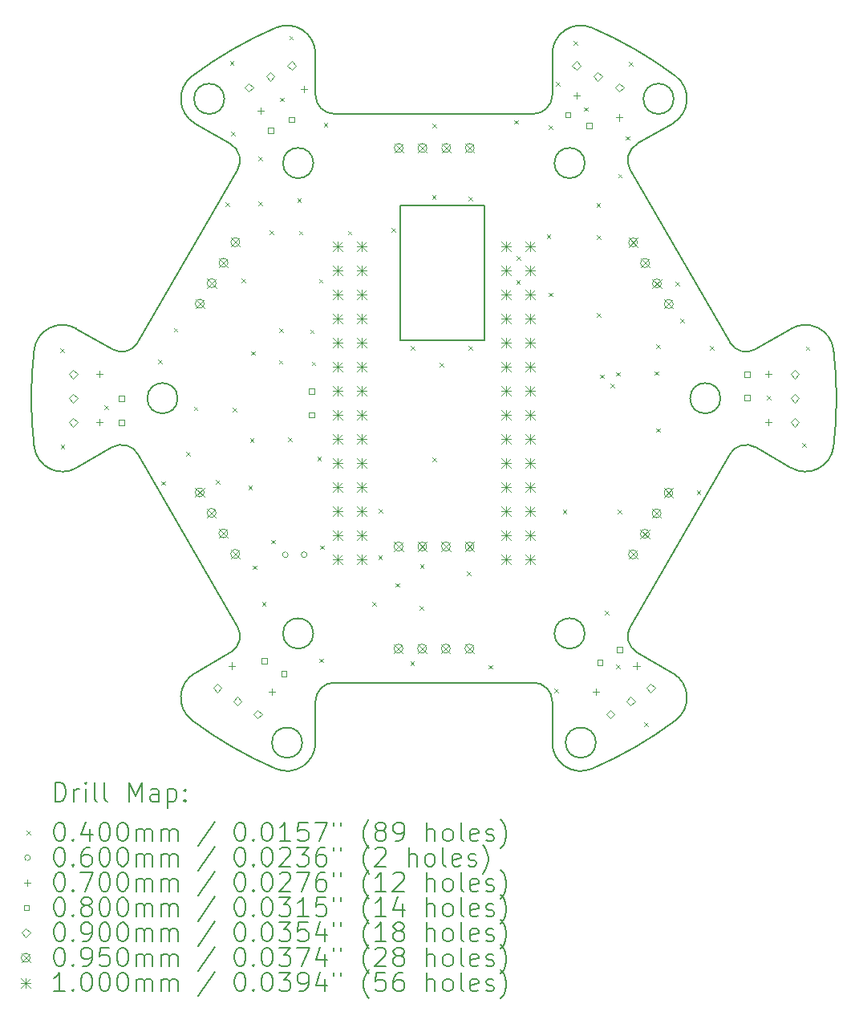
<source format=gbr>
%TF.GenerationSoftware,KiCad,Pcbnew,7.0.11*%
%TF.CreationDate,2025-01-20T02:02:24+09:00*%
%TF.ProjectId,CAM,43414d2e-6b69-4636-9164-5f7063625858,rev?*%
%TF.SameCoordinates,Original*%
%TF.FileFunction,Drillmap*%
%TF.FilePolarity,Positive*%
%FSLAX45Y45*%
G04 Gerber Fmt 4.5, Leading zero omitted, Abs format (unit mm)*
G04 Created by KiCad (PCBNEW 7.0.11) date 2025-01-20 02:02:24*
%MOMM*%
%LPD*%
G01*
G04 APERTURE LIST*
%ADD10C,0.200000*%
%ADD11C,0.100000*%
G04 APERTURE END LIST*
D10*
X11018210Y-10670282D02*
G75*
G03*
X11466035Y-10894071I297830J36022D01*
G01*
X13987461Y-6960013D02*
X13987461Y-6526832D01*
X13569740Y-6250896D02*
G75*
G03*
X12685926Y-6761164I1667720J-3909124D01*
G01*
X13964922Y-7678756D02*
G75*
G03*
X13644922Y-7678756I-160000J0D01*
G01*
X13644922Y-7678756D02*
G75*
G03*
X13964922Y-7678756I160000J0D01*
G01*
X14187461Y-13160013D02*
X16287461Y-13160013D01*
X11841180Y-9642545D02*
G75*
G03*
X12114385Y-9569340I100000J173205D01*
G01*
X17310537Y-12569340D02*
X18360537Y-10750686D01*
X12685926Y-13558861D02*
G75*
G03*
X13569740Y-14069131I2551524J3398831D01*
G01*
X11841180Y-9642545D02*
X11466035Y-9425954D01*
X16905183Y-6250894D02*
G75*
G03*
X16487461Y-6526832I-117723J-275936D01*
G01*
X19456719Y-9649743D02*
G75*
G03*
X19008888Y-9425955I-297829J-36017D01*
G01*
X16487457Y-13793193D02*
G75*
G03*
X16905183Y-14069131I300003J3D01*
G01*
X13026035Y-7001083D02*
G75*
G03*
X12706035Y-7001083I-160000J0D01*
G01*
X12706035Y-7001083D02*
G75*
G03*
X13026035Y-7001083I160000J0D01*
G01*
X17383746Y-7477486D02*
G75*
G03*
X17310537Y-7750686I99994J-173204D01*
G01*
X13964900Y-12641256D02*
G75*
G03*
X13644900Y-12641256I-160000J0D01*
G01*
X13644900Y-12641256D02*
G75*
G03*
X13964900Y-12641256I160000J0D01*
G01*
X17768888Y-7001083D02*
G75*
G03*
X17448888Y-7001083I-160000J0D01*
G01*
X17448888Y-7001083D02*
G75*
G03*
X17768888Y-7001083I160000J0D01*
G01*
X11018205Y-9649743D02*
G75*
G03*
X11018205Y-10670283I4219256J-510270D01*
G01*
X16487461Y-13360013D02*
X16487461Y-13793193D01*
X13987457Y-6960013D02*
G75*
G03*
X14187461Y-7160013I200003J3D01*
G01*
X17788996Y-6761165D02*
G75*
G03*
X16905183Y-6250895I-2551536J-3398845D01*
G01*
X13987461Y-13793193D02*
X13987461Y-13360013D01*
X19008888Y-9425954D02*
X18633743Y-9642545D01*
X17788994Y-13558858D02*
G75*
G03*
X17758888Y-13059135I-180104J239918D01*
G01*
X11466035Y-10894071D02*
X11841180Y-10677481D01*
X16487461Y-6526832D02*
X16487461Y-6960013D01*
X14884400Y-8128000D02*
X15773400Y-8128000D01*
X15773400Y-9550400D01*
X14884400Y-9550400D01*
X14884400Y-8128000D01*
X18262562Y-10160026D02*
G75*
G03*
X17942562Y-10160026I-160000J0D01*
G01*
X17942562Y-10160026D02*
G75*
G03*
X18262562Y-10160026I160000J0D01*
G01*
X16830023Y-7678769D02*
G75*
G03*
X16510022Y-7678769I-160000J0D01*
G01*
X16510022Y-7678769D02*
G75*
G03*
X16830023Y-7678769I160000J0D01*
G01*
X19456718Y-10670283D02*
G75*
G03*
X19456718Y-9649743I-4219256J510270D01*
G01*
X12685923Y-6761160D02*
G75*
G03*
X12716035Y-7260891I180107J-239920D01*
G01*
X17383743Y-7477481D02*
X17758888Y-7260891D01*
X17758888Y-13059135D02*
X17383743Y-12842545D01*
X12114385Y-10750686D02*
X13164385Y-12569340D01*
X19008891Y-10894066D02*
G75*
G03*
X19456718Y-10670283I149999J259806D01*
G01*
X16287461Y-7160011D02*
G75*
G03*
X16487461Y-6960013I-1J200001D01*
G01*
X12114383Y-10750687D02*
G75*
G03*
X11841180Y-10677481I-173203J-99993D01*
G01*
X12716035Y-7260891D02*
X13091180Y-7477481D01*
X16287461Y-7160013D02*
X14187461Y-7160013D01*
X18633740Y-10677485D02*
G75*
G03*
X18360537Y-10750686I-100000J-173205D01*
G01*
X13987457Y-6526832D02*
G75*
G03*
X13569740Y-6250895I-299997J2D01*
G01*
X17758885Y-7260886D02*
G75*
G03*
X17788996Y-6761164I-149995J259806D01*
G01*
X13847461Y-13793193D02*
G75*
G03*
X13527461Y-13793193I-160000J0D01*
G01*
X13527461Y-13793193D02*
G75*
G03*
X13847461Y-13793193I160000J0D01*
G01*
X18360537Y-9569340D02*
X17310537Y-7750686D01*
X12716032Y-13059131D02*
G75*
G03*
X12685926Y-13558861I150008J-259809D01*
G01*
X13569740Y-14069130D02*
G75*
G03*
X13987461Y-13793193I117720J275940D01*
G01*
X16947462Y-13793193D02*
G75*
G03*
X16627461Y-13793193I-160000J0D01*
G01*
X16627461Y-13793193D02*
G75*
G03*
X16947462Y-13793193I160000J0D01*
G01*
X13091178Y-12842542D02*
G75*
G03*
X13164385Y-12569340I-99989J173202D01*
G01*
X13091180Y-12842545D02*
X12716035Y-13059135D01*
X18633743Y-10677481D02*
X19008888Y-10894071D01*
X18360535Y-9569341D02*
G75*
G03*
X18633743Y-9642545I173205J100001D01*
G01*
X17310537Y-12569340D02*
G75*
G03*
X17383743Y-12842545I173203J-100000D01*
G01*
X11466032Y-9425959D02*
G75*
G03*
X11018205Y-9649743I-150002J-259801D01*
G01*
X16487457Y-13360013D02*
G75*
G03*
X16287461Y-13160013I-199997J3D01*
G01*
X14187461Y-13160011D02*
G75*
G03*
X13987461Y-13360013I-1J-199999D01*
G01*
X13164385Y-7750686D02*
X12114385Y-9569340D01*
X13164390Y-7750689D02*
G75*
G03*
X13091180Y-7477481I-173210J99999D01*
G01*
X12532360Y-10160000D02*
G75*
G03*
X12212360Y-10160000I-160000J0D01*
G01*
X12212360Y-10160000D02*
G75*
G03*
X12532360Y-10160000I160000J0D01*
G01*
X16905183Y-14069131D02*
G75*
G03*
X17788996Y-13558861I-1667723J3909121D01*
G01*
X16830001Y-12641269D02*
G75*
G03*
X16510001Y-12641269I-160000J0D01*
G01*
X16510001Y-12641269D02*
G75*
G03*
X16830001Y-12641269I160000J0D01*
G01*
D11*
X11291000Y-9633000D02*
X11331000Y-9673000D01*
X11331000Y-9633000D02*
X11291000Y-9673000D01*
X11297000Y-10652000D02*
X11337000Y-10692000D01*
X11337000Y-10652000D02*
X11297000Y-10692000D01*
X11760000Y-10234000D02*
X11800000Y-10274000D01*
X11800000Y-10234000D02*
X11760000Y-10274000D01*
X12328000Y-9752000D02*
X12368000Y-9792000D01*
X12368000Y-9752000D02*
X12328000Y-9792000D01*
X12361000Y-11036000D02*
X12401000Y-11076000D01*
X12401000Y-11036000D02*
X12361000Y-11076000D01*
X12492000Y-9419000D02*
X12532000Y-9459000D01*
X12532000Y-9419000D02*
X12492000Y-9459000D01*
X12620000Y-10727000D02*
X12660000Y-10767000D01*
X12660000Y-10727000D02*
X12620000Y-10767000D01*
X12703000Y-10249000D02*
X12743000Y-10289000D01*
X12743000Y-10249000D02*
X12703000Y-10289000D01*
X12935000Y-11022000D02*
X12975000Y-11062000D01*
X12975000Y-11022000D02*
X12935000Y-11062000D01*
X13036000Y-8091000D02*
X13076000Y-8131000D01*
X13076000Y-8091000D02*
X13036000Y-8131000D01*
X13085000Y-6602000D02*
X13125000Y-6642000D01*
X13125000Y-6602000D02*
X13085000Y-6642000D01*
X13100000Y-7346000D02*
X13140000Y-7386000D01*
X13140000Y-7346000D02*
X13100000Y-7386000D01*
X13112000Y-10260000D02*
X13152000Y-10300000D01*
X13152000Y-10260000D02*
X13112000Y-10300000D01*
X13209000Y-8896000D02*
X13249000Y-8936000D01*
X13249000Y-8896000D02*
X13209000Y-8936000D01*
X13280000Y-11080000D02*
X13320000Y-11120000D01*
X13320000Y-11080000D02*
X13280000Y-11120000D01*
X13295000Y-10583000D02*
X13335000Y-10623000D01*
X13335000Y-10583000D02*
X13295000Y-10623000D01*
X13309000Y-9665000D02*
X13349000Y-9705000D01*
X13349000Y-9665000D02*
X13309000Y-9705000D01*
X13324000Y-11924000D02*
X13364000Y-11964000D01*
X13364000Y-11924000D02*
X13324000Y-11964000D01*
X13382000Y-7611000D02*
X13422000Y-7651000D01*
X13422000Y-7611000D02*
X13382000Y-7651000D01*
X13386000Y-8085000D02*
X13426000Y-8125000D01*
X13426000Y-8085000D02*
X13386000Y-8125000D01*
X13424000Y-12310000D02*
X13464000Y-12350000D01*
X13464000Y-12310000D02*
X13424000Y-12350000D01*
X13503000Y-8389000D02*
X13543000Y-8429000D01*
X13543000Y-8389000D02*
X13503000Y-8429000D01*
X13519000Y-11654000D02*
X13559000Y-11694000D01*
X13559000Y-11654000D02*
X13519000Y-11694000D01*
X13600000Y-9758000D02*
X13640000Y-9798000D01*
X13640000Y-9758000D02*
X13600000Y-9798000D01*
X13607000Y-9424000D02*
X13647000Y-9464000D01*
X13647000Y-9424000D02*
X13607000Y-9464000D01*
X13616000Y-6988000D02*
X13656000Y-7028000D01*
X13656000Y-6988000D02*
X13616000Y-7028000D01*
X13696000Y-10573000D02*
X13736000Y-10613000D01*
X13736000Y-10573000D02*
X13696000Y-10613000D01*
X13712000Y-6337000D02*
X13752000Y-6377000D01*
X13752000Y-6337000D02*
X13712000Y-6377000D01*
X13795000Y-8052000D02*
X13835000Y-8092000D01*
X13835000Y-8052000D02*
X13795000Y-8092000D01*
X13812000Y-8393000D02*
X13852000Y-8433000D01*
X13852000Y-8393000D02*
X13812000Y-8433000D01*
X13932000Y-9435000D02*
X13972000Y-9475000D01*
X13972000Y-9435000D02*
X13932000Y-9475000D01*
X13949000Y-9775000D02*
X13989000Y-9815000D01*
X13989000Y-9775000D02*
X13949000Y-9815000D01*
X14008000Y-10777000D02*
X14048000Y-10817000D01*
X14048000Y-10777000D02*
X14008000Y-10817000D01*
X14025000Y-8901000D02*
X14065000Y-8941000D01*
X14065000Y-8901000D02*
X14025000Y-8941000D01*
X14028000Y-12906000D02*
X14068000Y-12946000D01*
X14068000Y-12906000D02*
X14028000Y-12946000D01*
X14037000Y-11713000D02*
X14077000Y-11753000D01*
X14077000Y-11713000D02*
X14037000Y-11753000D01*
X14076000Y-7257000D02*
X14116000Y-7297000D01*
X14116000Y-7257000D02*
X14076000Y-7297000D01*
X14328000Y-8395000D02*
X14368000Y-8435000D01*
X14368000Y-8395000D02*
X14328000Y-8435000D01*
X14586000Y-12308000D02*
X14626000Y-12348000D01*
X14626000Y-12308000D02*
X14586000Y-12348000D01*
X14650000Y-11818000D02*
X14690000Y-11858000D01*
X14690000Y-11818000D02*
X14650000Y-11858000D01*
X14655000Y-11330000D02*
X14695000Y-11370000D01*
X14695000Y-11330000D02*
X14655000Y-11370000D01*
X14788200Y-8362000D02*
X14828200Y-8402000D01*
X14828200Y-8362000D02*
X14788200Y-8402000D01*
X14835000Y-12111000D02*
X14875000Y-12151000D01*
X14875000Y-12111000D02*
X14835000Y-12151000D01*
X14989000Y-12939000D02*
X15029000Y-12979000D01*
X15029000Y-12939000D02*
X14989000Y-12979000D01*
X14991400Y-9606600D02*
X15031400Y-9646600D01*
X15031400Y-9606600D02*
X14991400Y-9646600D01*
X15088000Y-12350000D02*
X15128000Y-12390000D01*
X15128000Y-12350000D02*
X15088000Y-12390000D01*
X15092000Y-11911000D02*
X15132000Y-11951000D01*
X15132000Y-11911000D02*
X15092000Y-11951000D01*
X15217000Y-8015000D02*
X15257000Y-8055000D01*
X15257000Y-8015000D02*
X15217000Y-8055000D01*
X15221000Y-7263000D02*
X15261000Y-7303000D01*
X15261000Y-7263000D02*
X15221000Y-7303000D01*
X15224000Y-10784000D02*
X15264000Y-10824000D01*
X15264000Y-10784000D02*
X15224000Y-10824000D01*
X15296200Y-9784400D02*
X15336200Y-9824400D01*
X15336200Y-9784400D02*
X15296200Y-9824400D01*
X15585000Y-11989000D02*
X15625000Y-12029000D01*
X15625000Y-11989000D02*
X15585000Y-12029000D01*
X15601000Y-8031800D02*
X15641000Y-8071800D01*
X15641000Y-8031800D02*
X15601000Y-8071800D01*
X15601000Y-9606600D02*
X15641000Y-9646600D01*
X15641000Y-9606600D02*
X15601000Y-9646600D01*
X15817000Y-12975000D02*
X15857000Y-13015000D01*
X15857000Y-12975000D02*
X15817000Y-13015000D01*
X16085000Y-7226000D02*
X16125000Y-7266000D01*
X16125000Y-7226000D02*
X16085000Y-7266000D01*
X16108000Y-8915000D02*
X16148000Y-8955000D01*
X16148000Y-8915000D02*
X16108000Y-8955000D01*
X16110000Y-8663000D02*
X16150000Y-8703000D01*
X16150000Y-8663000D02*
X16110000Y-8703000D01*
X16428000Y-8432000D02*
X16468000Y-8472000D01*
X16468000Y-8432000D02*
X16428000Y-8472000D01*
X16449000Y-9046000D02*
X16489000Y-9086000D01*
X16489000Y-9046000D02*
X16449000Y-9086000D01*
X16452000Y-7280000D02*
X16492000Y-7320000D01*
X16492000Y-7280000D02*
X16452000Y-7320000D01*
X16508000Y-13227000D02*
X16548000Y-13267000D01*
X16548000Y-13227000D02*
X16508000Y-13267000D01*
X16524000Y-6822000D02*
X16564000Y-6862000D01*
X16564000Y-6822000D02*
X16524000Y-6862000D01*
X16597000Y-11337000D02*
X16637000Y-11377000D01*
X16637000Y-11337000D02*
X16597000Y-11377000D01*
X16713000Y-6392000D02*
X16753000Y-6432000D01*
X16753000Y-6392000D02*
X16713000Y-6432000D01*
X16824000Y-7091000D02*
X16864000Y-7131000D01*
X16864000Y-7091000D02*
X16824000Y-7131000D01*
X16954000Y-8100000D02*
X16994000Y-8140000D01*
X16994000Y-8100000D02*
X16954000Y-8140000D01*
X16955000Y-8438000D02*
X16995000Y-8478000D01*
X16995000Y-8438000D02*
X16955000Y-8478000D01*
X16959000Y-9264000D02*
X16999000Y-9304000D01*
X16999000Y-9264000D02*
X16959000Y-9304000D01*
X16992735Y-9909735D02*
X17032735Y-9949735D01*
X17032735Y-9909735D02*
X16992735Y-9949735D01*
X17044000Y-12405000D02*
X17084000Y-12445000D01*
X17084000Y-12405000D02*
X17044000Y-12445000D01*
X17099765Y-10007765D02*
X17139765Y-10047765D01*
X17139765Y-10007765D02*
X17099765Y-10047765D01*
X17160000Y-9885000D02*
X17200000Y-9925000D01*
X17200000Y-9885000D02*
X17160000Y-9925000D01*
X17162000Y-12973000D02*
X17202000Y-13013000D01*
X17202000Y-12973000D02*
X17162000Y-13013000D01*
X17178000Y-11337000D02*
X17218000Y-11377000D01*
X17218000Y-11337000D02*
X17178000Y-11377000D01*
X17183000Y-7792000D02*
X17223000Y-7832000D01*
X17223000Y-7792000D02*
X17183000Y-7832000D01*
X17260000Y-7395000D02*
X17300000Y-7435000D01*
X17300000Y-7395000D02*
X17260000Y-7435000D01*
X17297000Y-6609000D02*
X17337000Y-6649000D01*
X17337000Y-6609000D02*
X17297000Y-6649000D01*
X17458000Y-13582000D02*
X17498000Y-13622000D01*
X17498000Y-13582000D02*
X17458000Y-13622000D01*
X17567000Y-9876000D02*
X17607000Y-9916000D01*
X17607000Y-9876000D02*
X17567000Y-9916000D01*
X17582000Y-9593000D02*
X17622000Y-9633000D01*
X17622000Y-9593000D02*
X17582000Y-9633000D01*
X17582000Y-10476000D02*
X17622000Y-10516000D01*
X17622000Y-10476000D02*
X17582000Y-10516000D01*
X17788000Y-8933000D02*
X17828000Y-8973000D01*
X17828000Y-8933000D02*
X17788000Y-8973000D01*
X17837000Y-9323000D02*
X17877000Y-9363000D01*
X17877000Y-9323000D02*
X17837000Y-9363000D01*
X18013000Y-11131000D02*
X18053000Y-11171000D01*
X18053000Y-11131000D02*
X18013000Y-11171000D01*
X18150000Y-9611000D02*
X18190000Y-9651000D01*
X18190000Y-9611000D02*
X18150000Y-9651000D01*
X18753000Y-10134000D02*
X18793000Y-10174000D01*
X18793000Y-10134000D02*
X18753000Y-10174000D01*
X19128000Y-10635000D02*
X19168000Y-10675000D01*
X19168000Y-10635000D02*
X19128000Y-10675000D01*
X19163000Y-9613000D02*
X19203000Y-9653000D01*
X19203000Y-9613000D02*
X19163000Y-9653000D01*
X13698400Y-11811000D02*
G75*
G03*
X13638400Y-11811000I-30000J0D01*
G01*
X13638400Y-11811000D02*
G75*
G03*
X13698400Y-11811000I30000J0D01*
G01*
X13898400Y-11811000D02*
G75*
G03*
X13838400Y-11811000I-30000J0D01*
G01*
X13838400Y-11811000D02*
G75*
G03*
X13898400Y-11811000I30000J0D01*
G01*
X11709400Y-9871000D02*
X11709400Y-9941000D01*
X11674400Y-9906000D02*
X11744400Y-9906000D01*
X11709400Y-10379000D02*
X11709400Y-10449000D01*
X11674400Y-10414000D02*
X11744400Y-10414000D01*
X13104075Y-12947672D02*
X13104075Y-13017672D01*
X13069075Y-12982672D02*
X13139075Y-12982672D01*
X13410825Y-7094526D02*
X13410825Y-7164526D01*
X13375825Y-7129526D02*
X13445825Y-7129526D01*
X13530120Y-13224349D02*
X13530120Y-13294349D01*
X13495120Y-13259349D02*
X13565120Y-13259349D01*
X13863457Y-6863899D02*
X13863457Y-6933899D01*
X13828457Y-6898899D02*
X13898457Y-6898899D01*
X16742369Y-6933373D02*
X16742369Y-7003373D01*
X16707369Y-6968373D02*
X16777369Y-6968373D01*
X16949880Y-13224349D02*
X16949880Y-13294349D01*
X16914880Y-13259349D02*
X16984880Y-13259349D01*
X17195000Y-7164000D02*
X17195000Y-7234000D01*
X17160000Y-7199000D02*
X17230000Y-7199000D01*
X17375925Y-12947672D02*
X17375925Y-13017672D01*
X17340925Y-12982672D02*
X17410925Y-12982672D01*
X18770600Y-9871000D02*
X18770600Y-9941000D01*
X18735600Y-9906000D02*
X18805600Y-9906000D01*
X18770600Y-10379000D02*
X18770600Y-10449000D01*
X18735600Y-10414000D02*
X18805600Y-10414000D01*
X11966284Y-10192285D02*
X11966284Y-10135716D01*
X11909715Y-10135716D01*
X11909715Y-10192285D01*
X11966284Y-10192285D01*
X11966284Y-10442285D02*
X11966284Y-10385716D01*
X11909715Y-10385716D01*
X11909715Y-10442285D01*
X11966284Y-10442285D01*
X13473241Y-12959753D02*
X13473241Y-12903184D01*
X13416672Y-12903184D01*
X13416672Y-12959753D01*
X13473241Y-12959753D01*
X13542892Y-7361494D02*
X13542892Y-7304925D01*
X13486323Y-7304925D01*
X13486323Y-7361494D01*
X13542892Y-7361494D01*
X13682909Y-13095913D02*
X13682909Y-13039344D01*
X13626340Y-13039344D01*
X13626340Y-13095913D01*
X13682909Y-13095913D01*
X13765644Y-7247997D02*
X13765644Y-7191428D01*
X13709075Y-7191428D01*
X13709075Y-7247997D01*
X13765644Y-7247997D01*
X13972884Y-10114085D02*
X13972884Y-10057516D01*
X13916315Y-10057516D01*
X13916315Y-10114085D01*
X13972884Y-10114085D01*
X13972884Y-10364085D02*
X13972884Y-10307516D01*
X13916315Y-10307516D01*
X13916315Y-10364085D01*
X13972884Y-10364085D01*
X16681284Y-7197284D02*
X16681284Y-7140715D01*
X16624715Y-7140715D01*
X16624715Y-7197284D01*
X16681284Y-7197284D01*
X16904036Y-7310782D02*
X16904036Y-7254213D01*
X16847467Y-7254213D01*
X16847467Y-7310782D01*
X16904036Y-7310782D01*
X17017651Y-12974164D02*
X17017651Y-12917595D01*
X16961082Y-12917595D01*
X16961082Y-12974164D01*
X17017651Y-12974164D01*
X17227318Y-12838005D02*
X17227318Y-12781436D01*
X17170749Y-12781436D01*
X17170749Y-12838005D01*
X17227318Y-12838005D01*
X18570285Y-9934285D02*
X18570285Y-9877716D01*
X18513716Y-9877716D01*
X18513716Y-9934285D01*
X18570285Y-9934285D01*
X18570285Y-10184285D02*
X18570285Y-10127716D01*
X18513716Y-10127716D01*
X18513716Y-10184285D01*
X18570285Y-10184285D01*
X11430900Y-9951000D02*
X11475900Y-9906000D01*
X11430900Y-9861000D01*
X11385900Y-9906000D01*
X11430900Y-9951000D01*
X11430900Y-10205000D02*
X11475900Y-10160000D01*
X11430900Y-10115000D01*
X11385900Y-10160000D01*
X11430900Y-10205000D01*
X11430900Y-10459000D02*
X11475900Y-10414000D01*
X11430900Y-10369000D01*
X11385900Y-10414000D01*
X11430900Y-10459000D01*
X12951903Y-13261996D02*
X12996903Y-13216996D01*
X12951903Y-13171996D01*
X12906903Y-13216996D01*
X12951903Y-13261996D01*
X13164925Y-13400335D02*
X13209925Y-13355335D01*
X13164925Y-13310335D01*
X13119925Y-13355335D01*
X13164925Y-13400335D01*
X13284389Y-6926381D02*
X13329389Y-6881381D01*
X13284389Y-6836381D01*
X13239389Y-6881381D01*
X13284389Y-6926381D01*
X13377948Y-13538673D02*
X13422948Y-13493673D01*
X13377948Y-13448673D01*
X13332948Y-13493673D01*
X13377948Y-13538673D01*
X13510705Y-6811067D02*
X13555705Y-6766067D01*
X13510705Y-6721067D01*
X13465705Y-6766067D01*
X13510705Y-6811067D01*
X13737020Y-6695753D02*
X13782020Y-6650753D01*
X13737020Y-6605753D01*
X13692020Y-6650753D01*
X13737020Y-6695753D01*
X16742980Y-6695753D02*
X16787980Y-6650753D01*
X16742980Y-6605753D01*
X16697980Y-6650753D01*
X16742980Y-6695753D01*
X16969295Y-6811067D02*
X17014295Y-6766067D01*
X16969295Y-6721067D01*
X16924295Y-6766067D01*
X16969295Y-6811067D01*
X17101562Y-13537918D02*
X17146562Y-13492918D01*
X17101562Y-13447918D01*
X17056562Y-13492918D01*
X17101562Y-13537918D01*
X17195611Y-6926381D02*
X17240611Y-6881381D01*
X17195611Y-6836381D01*
X17150611Y-6881381D01*
X17195611Y-6926381D01*
X17314585Y-13399580D02*
X17359585Y-13354580D01*
X17314585Y-13309580D01*
X17269585Y-13354580D01*
X17314585Y-13399580D01*
X17527607Y-13261242D02*
X17572607Y-13216242D01*
X17527607Y-13171242D01*
X17482607Y-13216242D01*
X17527607Y-13261242D01*
X19049100Y-9951000D02*
X19094100Y-9906000D01*
X19049100Y-9861000D01*
X19004100Y-9906000D01*
X19049100Y-9951000D01*
X19049100Y-10205000D02*
X19094100Y-10160000D01*
X19049100Y-10115000D01*
X19004100Y-10160000D01*
X19049100Y-10205000D01*
X19049100Y-10459000D02*
X19094100Y-10414000D01*
X19049100Y-10369000D01*
X19004100Y-10414000D01*
X19049100Y-10459000D01*
X12717779Y-11105958D02*
X12812779Y-11200958D01*
X12812779Y-11105958D02*
X12717779Y-11200958D01*
X12812779Y-11153458D02*
G75*
G03*
X12717779Y-11153458I-47500J0D01*
G01*
X12717779Y-11153458D02*
G75*
G03*
X12812779Y-11153458I47500J0D01*
G01*
X12719779Y-9115578D02*
X12814779Y-9210578D01*
X12814779Y-9115578D02*
X12719779Y-9210578D01*
X12814779Y-9163078D02*
G75*
G03*
X12719779Y-9163078I-47500J0D01*
G01*
X12719779Y-9163078D02*
G75*
G03*
X12814779Y-9163078I47500J0D01*
G01*
X12842779Y-11322465D02*
X12937779Y-11417465D01*
X12937779Y-11322465D02*
X12842779Y-11417465D01*
X12937779Y-11369965D02*
G75*
G03*
X12842779Y-11369965I-47500J0D01*
G01*
X12842779Y-11369965D02*
G75*
G03*
X12937779Y-11369965I47500J0D01*
G01*
X12844779Y-8899071D02*
X12939779Y-8994071D01*
X12939779Y-8899071D02*
X12844779Y-8994071D01*
X12939779Y-8946571D02*
G75*
G03*
X12844779Y-8946571I-47500J0D01*
G01*
X12844779Y-8946571D02*
G75*
G03*
X12939779Y-8946571I47500J0D01*
G01*
X12967779Y-11538971D02*
X13062779Y-11633971D01*
X13062779Y-11538971D02*
X12967779Y-11633971D01*
X13062779Y-11586471D02*
G75*
G03*
X12967779Y-11586471I-47500J0D01*
G01*
X12967779Y-11586471D02*
G75*
G03*
X13062779Y-11586471I47500J0D01*
G01*
X12969779Y-8682565D02*
X13064779Y-8777565D01*
X13064779Y-8682565D02*
X12969779Y-8777565D01*
X13064779Y-8730065D02*
G75*
G03*
X12969779Y-8730065I-47500J0D01*
G01*
X12969779Y-8730065D02*
G75*
G03*
X13064779Y-8730065I47500J0D01*
G01*
X13092779Y-11755477D02*
X13187779Y-11850477D01*
X13187779Y-11755477D02*
X13092779Y-11850477D01*
X13187779Y-11802977D02*
G75*
G03*
X13092779Y-11802977I-47500J0D01*
G01*
X13092779Y-11802977D02*
G75*
G03*
X13187779Y-11802977I47500J0D01*
G01*
X13094779Y-8466058D02*
X13189779Y-8561058D01*
X13189779Y-8466058D02*
X13094779Y-8561058D01*
X13189779Y-8513558D02*
G75*
G03*
X13094779Y-8513558I-47500J0D01*
G01*
X13094779Y-8513558D02*
G75*
G03*
X13189779Y-8513558I47500J0D01*
G01*
X14815500Y-12754100D02*
X14910500Y-12849100D01*
X14910500Y-12754100D02*
X14815500Y-12849100D01*
X14910500Y-12801600D02*
G75*
G03*
X14815500Y-12801600I-47500J0D01*
G01*
X14815500Y-12801600D02*
G75*
G03*
X14910500Y-12801600I47500J0D01*
G01*
X14817500Y-11676700D02*
X14912500Y-11771700D01*
X14912500Y-11676700D02*
X14817500Y-11771700D01*
X14912500Y-11724200D02*
G75*
G03*
X14817500Y-11724200I-47500J0D01*
G01*
X14817500Y-11724200D02*
G75*
G03*
X14912500Y-11724200I47500J0D01*
G01*
X14819500Y-7472600D02*
X14914500Y-7567600D01*
X14914500Y-7472600D02*
X14819500Y-7567600D01*
X14914500Y-7520100D02*
G75*
G03*
X14819500Y-7520100I-47500J0D01*
G01*
X14819500Y-7520100D02*
G75*
G03*
X14914500Y-7520100I47500J0D01*
G01*
X15065500Y-12754100D02*
X15160500Y-12849100D01*
X15160500Y-12754100D02*
X15065500Y-12849100D01*
X15160500Y-12801600D02*
G75*
G03*
X15065500Y-12801600I-47500J0D01*
G01*
X15065500Y-12801600D02*
G75*
G03*
X15160500Y-12801600I47500J0D01*
G01*
X15067500Y-11676700D02*
X15162500Y-11771700D01*
X15162500Y-11676700D02*
X15067500Y-11771700D01*
X15162500Y-11724200D02*
G75*
G03*
X15067500Y-11724200I-47500J0D01*
G01*
X15067500Y-11724200D02*
G75*
G03*
X15162500Y-11724200I47500J0D01*
G01*
X15069500Y-7472600D02*
X15164500Y-7567600D01*
X15164500Y-7472600D02*
X15069500Y-7567600D01*
X15164500Y-7520100D02*
G75*
G03*
X15069500Y-7520100I-47500J0D01*
G01*
X15069500Y-7520100D02*
G75*
G03*
X15164500Y-7520100I47500J0D01*
G01*
X15315500Y-12754100D02*
X15410500Y-12849100D01*
X15410500Y-12754100D02*
X15315500Y-12849100D01*
X15410500Y-12801600D02*
G75*
G03*
X15315500Y-12801600I-47500J0D01*
G01*
X15315500Y-12801600D02*
G75*
G03*
X15410500Y-12801600I47500J0D01*
G01*
X15317500Y-11676700D02*
X15412500Y-11771700D01*
X15412500Y-11676700D02*
X15317500Y-11771700D01*
X15412500Y-11724200D02*
G75*
G03*
X15317500Y-11724200I-47500J0D01*
G01*
X15317500Y-11724200D02*
G75*
G03*
X15412500Y-11724200I47500J0D01*
G01*
X15319500Y-7472600D02*
X15414500Y-7567600D01*
X15414500Y-7472600D02*
X15319500Y-7567600D01*
X15414500Y-7520100D02*
G75*
G03*
X15319500Y-7520100I-47500J0D01*
G01*
X15319500Y-7520100D02*
G75*
G03*
X15414500Y-7520100I47500J0D01*
G01*
X15565500Y-12754100D02*
X15660500Y-12849100D01*
X15660500Y-12754100D02*
X15565500Y-12849100D01*
X15660500Y-12801600D02*
G75*
G03*
X15565500Y-12801600I-47500J0D01*
G01*
X15565500Y-12801600D02*
G75*
G03*
X15660500Y-12801600I47500J0D01*
G01*
X15567500Y-11676700D02*
X15662500Y-11771700D01*
X15662500Y-11676700D02*
X15567500Y-11771700D01*
X15662500Y-11724200D02*
G75*
G03*
X15567500Y-11724200I-47500J0D01*
G01*
X15567500Y-11724200D02*
G75*
G03*
X15662500Y-11724200I47500J0D01*
G01*
X15569500Y-7472600D02*
X15664500Y-7567600D01*
X15664500Y-7472600D02*
X15569500Y-7567600D01*
X15664500Y-7520100D02*
G75*
G03*
X15569500Y-7520100I-47500J0D01*
G01*
X15569500Y-7520100D02*
G75*
G03*
X15664500Y-7520100I47500J0D01*
G01*
X17291693Y-11759792D02*
X17386693Y-11854792D01*
X17386693Y-11759792D02*
X17291693Y-11854792D01*
X17386693Y-11807292D02*
G75*
G03*
X17291693Y-11807292I-47500J0D01*
G01*
X17291693Y-11807292D02*
G75*
G03*
X17386693Y-11807292I47500J0D01*
G01*
X17293693Y-8468673D02*
X17388693Y-8563673D01*
X17388693Y-8468673D02*
X17293693Y-8563673D01*
X17388693Y-8516173D02*
G75*
G03*
X17293693Y-8516173I-47500J0D01*
G01*
X17293693Y-8516173D02*
G75*
G03*
X17388693Y-8516173I47500J0D01*
G01*
X17416693Y-11543285D02*
X17511693Y-11638285D01*
X17511693Y-11543285D02*
X17416693Y-11638285D01*
X17511693Y-11590785D02*
G75*
G03*
X17416693Y-11590785I-47500J0D01*
G01*
X17416693Y-11590785D02*
G75*
G03*
X17511693Y-11590785I47500J0D01*
G01*
X17418693Y-8685179D02*
X17513693Y-8780179D01*
X17513693Y-8685179D02*
X17418693Y-8780179D01*
X17513693Y-8732679D02*
G75*
G03*
X17418693Y-8732679I-47500J0D01*
G01*
X17418693Y-8732679D02*
G75*
G03*
X17513693Y-8732679I47500J0D01*
G01*
X17541693Y-11326779D02*
X17636693Y-11421779D01*
X17636693Y-11326779D02*
X17541693Y-11421779D01*
X17636693Y-11374279D02*
G75*
G03*
X17541693Y-11374279I-47500J0D01*
G01*
X17541693Y-11374279D02*
G75*
G03*
X17636693Y-11374279I47500J0D01*
G01*
X17543693Y-8901685D02*
X17638693Y-8996685D01*
X17638693Y-8901685D02*
X17543693Y-8996685D01*
X17638693Y-8949185D02*
G75*
G03*
X17543693Y-8949185I-47500J0D01*
G01*
X17543693Y-8949185D02*
G75*
G03*
X17638693Y-8949185I47500J0D01*
G01*
X17666693Y-11110273D02*
X17761693Y-11205272D01*
X17761693Y-11110273D02*
X17666693Y-11205272D01*
X17761693Y-11157773D02*
G75*
G03*
X17666693Y-11157773I-47500J0D01*
G01*
X17666693Y-11157773D02*
G75*
G03*
X17761693Y-11157773I47500J0D01*
G01*
X17668693Y-9118192D02*
X17763693Y-9213192D01*
X17763693Y-9118192D02*
X17668693Y-9213192D01*
X17763693Y-9165692D02*
G75*
G03*
X17668693Y-9165692I-47500J0D01*
G01*
X17668693Y-9165692D02*
G75*
G03*
X17763693Y-9165692I47500J0D01*
G01*
X14174000Y-8505000D02*
X14274000Y-8605000D01*
X14274000Y-8505000D02*
X14174000Y-8605000D01*
X14224000Y-8505000D02*
X14224000Y-8605000D01*
X14174000Y-8555000D02*
X14274000Y-8555000D01*
X14174000Y-8759000D02*
X14274000Y-8859000D01*
X14274000Y-8759000D02*
X14174000Y-8859000D01*
X14224000Y-8759000D02*
X14224000Y-8859000D01*
X14174000Y-8809000D02*
X14274000Y-8809000D01*
X14174000Y-9013000D02*
X14274000Y-9113000D01*
X14274000Y-9013000D02*
X14174000Y-9113000D01*
X14224000Y-9013000D02*
X14224000Y-9113000D01*
X14174000Y-9063000D02*
X14274000Y-9063000D01*
X14174000Y-9267000D02*
X14274000Y-9367000D01*
X14274000Y-9267000D02*
X14174000Y-9367000D01*
X14224000Y-9267000D02*
X14224000Y-9367000D01*
X14174000Y-9317000D02*
X14274000Y-9317000D01*
X14174000Y-9521000D02*
X14274000Y-9621000D01*
X14274000Y-9521000D02*
X14174000Y-9621000D01*
X14224000Y-9521000D02*
X14224000Y-9621000D01*
X14174000Y-9571000D02*
X14274000Y-9571000D01*
X14174000Y-9775000D02*
X14274000Y-9875000D01*
X14274000Y-9775000D02*
X14174000Y-9875000D01*
X14224000Y-9775000D02*
X14224000Y-9875000D01*
X14174000Y-9825000D02*
X14274000Y-9825000D01*
X14174000Y-10029000D02*
X14274000Y-10129000D01*
X14274000Y-10029000D02*
X14174000Y-10129000D01*
X14224000Y-10029000D02*
X14224000Y-10129000D01*
X14174000Y-10079000D02*
X14274000Y-10079000D01*
X14174000Y-10283000D02*
X14274000Y-10383000D01*
X14274000Y-10283000D02*
X14174000Y-10383000D01*
X14224000Y-10283000D02*
X14224000Y-10383000D01*
X14174000Y-10333000D02*
X14274000Y-10333000D01*
X14174000Y-10537000D02*
X14274000Y-10637000D01*
X14274000Y-10537000D02*
X14174000Y-10637000D01*
X14224000Y-10537000D02*
X14224000Y-10637000D01*
X14174000Y-10587000D02*
X14274000Y-10587000D01*
X14174000Y-10791000D02*
X14274000Y-10891000D01*
X14274000Y-10791000D02*
X14174000Y-10891000D01*
X14224000Y-10791000D02*
X14224000Y-10891000D01*
X14174000Y-10841000D02*
X14274000Y-10841000D01*
X14174000Y-11045000D02*
X14274000Y-11145000D01*
X14274000Y-11045000D02*
X14174000Y-11145000D01*
X14224000Y-11045000D02*
X14224000Y-11145000D01*
X14174000Y-11095000D02*
X14274000Y-11095000D01*
X14174000Y-11299000D02*
X14274000Y-11399000D01*
X14274000Y-11299000D02*
X14174000Y-11399000D01*
X14224000Y-11299000D02*
X14224000Y-11399000D01*
X14174000Y-11349000D02*
X14274000Y-11349000D01*
X14174000Y-11553000D02*
X14274000Y-11653000D01*
X14274000Y-11553000D02*
X14174000Y-11653000D01*
X14224000Y-11553000D02*
X14224000Y-11653000D01*
X14174000Y-11603000D02*
X14274000Y-11603000D01*
X14174000Y-11807000D02*
X14274000Y-11907000D01*
X14274000Y-11807000D02*
X14174000Y-11907000D01*
X14224000Y-11807000D02*
X14224000Y-11907000D01*
X14174000Y-11857000D02*
X14274000Y-11857000D01*
X14428000Y-8505000D02*
X14528000Y-8605000D01*
X14528000Y-8505000D02*
X14428000Y-8605000D01*
X14478000Y-8505000D02*
X14478000Y-8605000D01*
X14428000Y-8555000D02*
X14528000Y-8555000D01*
X14428000Y-8759000D02*
X14528000Y-8859000D01*
X14528000Y-8759000D02*
X14428000Y-8859000D01*
X14478000Y-8759000D02*
X14478000Y-8859000D01*
X14428000Y-8809000D02*
X14528000Y-8809000D01*
X14428000Y-9013000D02*
X14528000Y-9113000D01*
X14528000Y-9013000D02*
X14428000Y-9113000D01*
X14478000Y-9013000D02*
X14478000Y-9113000D01*
X14428000Y-9063000D02*
X14528000Y-9063000D01*
X14428000Y-9267000D02*
X14528000Y-9367000D01*
X14528000Y-9267000D02*
X14428000Y-9367000D01*
X14478000Y-9267000D02*
X14478000Y-9367000D01*
X14428000Y-9317000D02*
X14528000Y-9317000D01*
X14428000Y-9521000D02*
X14528000Y-9621000D01*
X14528000Y-9521000D02*
X14428000Y-9621000D01*
X14478000Y-9521000D02*
X14478000Y-9621000D01*
X14428000Y-9571000D02*
X14528000Y-9571000D01*
X14428000Y-9775000D02*
X14528000Y-9875000D01*
X14528000Y-9775000D02*
X14428000Y-9875000D01*
X14478000Y-9775000D02*
X14478000Y-9875000D01*
X14428000Y-9825000D02*
X14528000Y-9825000D01*
X14428000Y-10029000D02*
X14528000Y-10129000D01*
X14528000Y-10029000D02*
X14428000Y-10129000D01*
X14478000Y-10029000D02*
X14478000Y-10129000D01*
X14428000Y-10079000D02*
X14528000Y-10079000D01*
X14428000Y-10283000D02*
X14528000Y-10383000D01*
X14528000Y-10283000D02*
X14428000Y-10383000D01*
X14478000Y-10283000D02*
X14478000Y-10383000D01*
X14428000Y-10333000D02*
X14528000Y-10333000D01*
X14428000Y-10537000D02*
X14528000Y-10637000D01*
X14528000Y-10537000D02*
X14428000Y-10637000D01*
X14478000Y-10537000D02*
X14478000Y-10637000D01*
X14428000Y-10587000D02*
X14528000Y-10587000D01*
X14428000Y-10791000D02*
X14528000Y-10891000D01*
X14528000Y-10791000D02*
X14428000Y-10891000D01*
X14478000Y-10791000D02*
X14478000Y-10891000D01*
X14428000Y-10841000D02*
X14528000Y-10841000D01*
X14428000Y-11045000D02*
X14528000Y-11145000D01*
X14528000Y-11045000D02*
X14428000Y-11145000D01*
X14478000Y-11045000D02*
X14478000Y-11145000D01*
X14428000Y-11095000D02*
X14528000Y-11095000D01*
X14428000Y-11299000D02*
X14528000Y-11399000D01*
X14528000Y-11299000D02*
X14428000Y-11399000D01*
X14478000Y-11299000D02*
X14478000Y-11399000D01*
X14428000Y-11349000D02*
X14528000Y-11349000D01*
X14428000Y-11553000D02*
X14528000Y-11653000D01*
X14528000Y-11553000D02*
X14428000Y-11653000D01*
X14478000Y-11553000D02*
X14478000Y-11653000D01*
X14428000Y-11603000D02*
X14528000Y-11603000D01*
X14428000Y-11807000D02*
X14528000Y-11907000D01*
X14528000Y-11807000D02*
X14428000Y-11907000D01*
X14478000Y-11807000D02*
X14478000Y-11907000D01*
X14428000Y-11857000D02*
X14528000Y-11857000D01*
X15952000Y-8505000D02*
X16052000Y-8605000D01*
X16052000Y-8505000D02*
X15952000Y-8605000D01*
X16002000Y-8505000D02*
X16002000Y-8605000D01*
X15952000Y-8555000D02*
X16052000Y-8555000D01*
X15952000Y-8759000D02*
X16052000Y-8859000D01*
X16052000Y-8759000D02*
X15952000Y-8859000D01*
X16002000Y-8759000D02*
X16002000Y-8859000D01*
X15952000Y-8809000D02*
X16052000Y-8809000D01*
X15952000Y-9013000D02*
X16052000Y-9113000D01*
X16052000Y-9013000D02*
X15952000Y-9113000D01*
X16002000Y-9013000D02*
X16002000Y-9113000D01*
X15952000Y-9063000D02*
X16052000Y-9063000D01*
X15952000Y-9267000D02*
X16052000Y-9367000D01*
X16052000Y-9267000D02*
X15952000Y-9367000D01*
X16002000Y-9267000D02*
X16002000Y-9367000D01*
X15952000Y-9317000D02*
X16052000Y-9317000D01*
X15952000Y-9521000D02*
X16052000Y-9621000D01*
X16052000Y-9521000D02*
X15952000Y-9621000D01*
X16002000Y-9521000D02*
X16002000Y-9621000D01*
X15952000Y-9571000D02*
X16052000Y-9571000D01*
X15952000Y-9775000D02*
X16052000Y-9875000D01*
X16052000Y-9775000D02*
X15952000Y-9875000D01*
X16002000Y-9775000D02*
X16002000Y-9875000D01*
X15952000Y-9825000D02*
X16052000Y-9825000D01*
X15952000Y-10029000D02*
X16052000Y-10129000D01*
X16052000Y-10029000D02*
X15952000Y-10129000D01*
X16002000Y-10029000D02*
X16002000Y-10129000D01*
X15952000Y-10079000D02*
X16052000Y-10079000D01*
X15952000Y-10283000D02*
X16052000Y-10383000D01*
X16052000Y-10283000D02*
X15952000Y-10383000D01*
X16002000Y-10283000D02*
X16002000Y-10383000D01*
X15952000Y-10333000D02*
X16052000Y-10333000D01*
X15952000Y-10537000D02*
X16052000Y-10637000D01*
X16052000Y-10537000D02*
X15952000Y-10637000D01*
X16002000Y-10537000D02*
X16002000Y-10637000D01*
X15952000Y-10587000D02*
X16052000Y-10587000D01*
X15952000Y-10791000D02*
X16052000Y-10891000D01*
X16052000Y-10791000D02*
X15952000Y-10891000D01*
X16002000Y-10791000D02*
X16002000Y-10891000D01*
X15952000Y-10841000D02*
X16052000Y-10841000D01*
X15952000Y-11045000D02*
X16052000Y-11145000D01*
X16052000Y-11045000D02*
X15952000Y-11145000D01*
X16002000Y-11045000D02*
X16002000Y-11145000D01*
X15952000Y-11095000D02*
X16052000Y-11095000D01*
X15952000Y-11299000D02*
X16052000Y-11399000D01*
X16052000Y-11299000D02*
X15952000Y-11399000D01*
X16002000Y-11299000D02*
X16002000Y-11399000D01*
X15952000Y-11349000D02*
X16052000Y-11349000D01*
X15952000Y-11553000D02*
X16052000Y-11653000D01*
X16052000Y-11553000D02*
X15952000Y-11653000D01*
X16002000Y-11553000D02*
X16002000Y-11653000D01*
X15952000Y-11603000D02*
X16052000Y-11603000D01*
X15952000Y-11807000D02*
X16052000Y-11907000D01*
X16052000Y-11807000D02*
X15952000Y-11907000D01*
X16002000Y-11807000D02*
X16002000Y-11907000D01*
X15952000Y-11857000D02*
X16052000Y-11857000D01*
X16206000Y-8505000D02*
X16306000Y-8605000D01*
X16306000Y-8505000D02*
X16206000Y-8605000D01*
X16256000Y-8505000D02*
X16256000Y-8605000D01*
X16206000Y-8555000D02*
X16306000Y-8555000D01*
X16206000Y-8759000D02*
X16306000Y-8859000D01*
X16306000Y-8759000D02*
X16206000Y-8859000D01*
X16256000Y-8759000D02*
X16256000Y-8859000D01*
X16206000Y-8809000D02*
X16306000Y-8809000D01*
X16206000Y-9013000D02*
X16306000Y-9113000D01*
X16306000Y-9013000D02*
X16206000Y-9113000D01*
X16256000Y-9013000D02*
X16256000Y-9113000D01*
X16206000Y-9063000D02*
X16306000Y-9063000D01*
X16206000Y-9267000D02*
X16306000Y-9367000D01*
X16306000Y-9267000D02*
X16206000Y-9367000D01*
X16256000Y-9267000D02*
X16256000Y-9367000D01*
X16206000Y-9317000D02*
X16306000Y-9317000D01*
X16206000Y-9521000D02*
X16306000Y-9621000D01*
X16306000Y-9521000D02*
X16206000Y-9621000D01*
X16256000Y-9521000D02*
X16256000Y-9621000D01*
X16206000Y-9571000D02*
X16306000Y-9571000D01*
X16206000Y-9775000D02*
X16306000Y-9875000D01*
X16306000Y-9775000D02*
X16206000Y-9875000D01*
X16256000Y-9775000D02*
X16256000Y-9875000D01*
X16206000Y-9825000D02*
X16306000Y-9825000D01*
X16206000Y-10029000D02*
X16306000Y-10129000D01*
X16306000Y-10029000D02*
X16206000Y-10129000D01*
X16256000Y-10029000D02*
X16256000Y-10129000D01*
X16206000Y-10079000D02*
X16306000Y-10079000D01*
X16206000Y-10283000D02*
X16306000Y-10383000D01*
X16306000Y-10283000D02*
X16206000Y-10383000D01*
X16256000Y-10283000D02*
X16256000Y-10383000D01*
X16206000Y-10333000D02*
X16306000Y-10333000D01*
X16206000Y-10537000D02*
X16306000Y-10637000D01*
X16306000Y-10537000D02*
X16206000Y-10637000D01*
X16256000Y-10537000D02*
X16256000Y-10637000D01*
X16206000Y-10587000D02*
X16306000Y-10587000D01*
X16206000Y-10791000D02*
X16306000Y-10891000D01*
X16306000Y-10791000D02*
X16206000Y-10891000D01*
X16256000Y-10791000D02*
X16256000Y-10891000D01*
X16206000Y-10841000D02*
X16306000Y-10841000D01*
X16206000Y-11045000D02*
X16306000Y-11145000D01*
X16306000Y-11045000D02*
X16206000Y-11145000D01*
X16256000Y-11045000D02*
X16256000Y-11145000D01*
X16206000Y-11095000D02*
X16306000Y-11095000D01*
X16206000Y-11299000D02*
X16306000Y-11399000D01*
X16306000Y-11299000D02*
X16206000Y-11399000D01*
X16256000Y-11299000D02*
X16256000Y-11399000D01*
X16206000Y-11349000D02*
X16306000Y-11349000D01*
X16206000Y-11553000D02*
X16306000Y-11653000D01*
X16306000Y-11553000D02*
X16206000Y-11653000D01*
X16256000Y-11553000D02*
X16256000Y-11653000D01*
X16206000Y-11603000D02*
X16306000Y-11603000D01*
X16206000Y-11807000D02*
X16306000Y-11907000D01*
X16306000Y-11807000D02*
X16206000Y-11907000D01*
X16256000Y-11807000D02*
X16256000Y-11907000D01*
X16206000Y-11857000D02*
X16306000Y-11857000D01*
D10*
X11238238Y-14414677D02*
X11238238Y-14214677D01*
X11238238Y-14214677D02*
X11285857Y-14214677D01*
X11285857Y-14214677D02*
X11314429Y-14224201D01*
X11314429Y-14224201D02*
X11333476Y-14243249D01*
X11333476Y-14243249D02*
X11343000Y-14262296D01*
X11343000Y-14262296D02*
X11352524Y-14300391D01*
X11352524Y-14300391D02*
X11352524Y-14328963D01*
X11352524Y-14328963D02*
X11343000Y-14367058D01*
X11343000Y-14367058D02*
X11333476Y-14386106D01*
X11333476Y-14386106D02*
X11314429Y-14405153D01*
X11314429Y-14405153D02*
X11285857Y-14414677D01*
X11285857Y-14414677D02*
X11238238Y-14414677D01*
X11438238Y-14414677D02*
X11438238Y-14281344D01*
X11438238Y-14319439D02*
X11447762Y-14300391D01*
X11447762Y-14300391D02*
X11457286Y-14290868D01*
X11457286Y-14290868D02*
X11476333Y-14281344D01*
X11476333Y-14281344D02*
X11495381Y-14281344D01*
X11562048Y-14414677D02*
X11562048Y-14281344D01*
X11562048Y-14214677D02*
X11552524Y-14224201D01*
X11552524Y-14224201D02*
X11562048Y-14233725D01*
X11562048Y-14233725D02*
X11571571Y-14224201D01*
X11571571Y-14224201D02*
X11562048Y-14214677D01*
X11562048Y-14214677D02*
X11562048Y-14233725D01*
X11685857Y-14414677D02*
X11666809Y-14405153D01*
X11666809Y-14405153D02*
X11657286Y-14386106D01*
X11657286Y-14386106D02*
X11657286Y-14214677D01*
X11790619Y-14414677D02*
X11771571Y-14405153D01*
X11771571Y-14405153D02*
X11762048Y-14386106D01*
X11762048Y-14386106D02*
X11762048Y-14214677D01*
X12019190Y-14414677D02*
X12019190Y-14214677D01*
X12019190Y-14214677D02*
X12085857Y-14357534D01*
X12085857Y-14357534D02*
X12152524Y-14214677D01*
X12152524Y-14214677D02*
X12152524Y-14414677D01*
X12333476Y-14414677D02*
X12333476Y-14309915D01*
X12333476Y-14309915D02*
X12323952Y-14290868D01*
X12323952Y-14290868D02*
X12304905Y-14281344D01*
X12304905Y-14281344D02*
X12266809Y-14281344D01*
X12266809Y-14281344D02*
X12247762Y-14290868D01*
X12333476Y-14405153D02*
X12314429Y-14414677D01*
X12314429Y-14414677D02*
X12266809Y-14414677D01*
X12266809Y-14414677D02*
X12247762Y-14405153D01*
X12247762Y-14405153D02*
X12238238Y-14386106D01*
X12238238Y-14386106D02*
X12238238Y-14367058D01*
X12238238Y-14367058D02*
X12247762Y-14348011D01*
X12247762Y-14348011D02*
X12266809Y-14338487D01*
X12266809Y-14338487D02*
X12314429Y-14338487D01*
X12314429Y-14338487D02*
X12333476Y-14328963D01*
X12428714Y-14281344D02*
X12428714Y-14481344D01*
X12428714Y-14290868D02*
X12447762Y-14281344D01*
X12447762Y-14281344D02*
X12485857Y-14281344D01*
X12485857Y-14281344D02*
X12504905Y-14290868D01*
X12504905Y-14290868D02*
X12514429Y-14300391D01*
X12514429Y-14300391D02*
X12523952Y-14319439D01*
X12523952Y-14319439D02*
X12523952Y-14376582D01*
X12523952Y-14376582D02*
X12514429Y-14395630D01*
X12514429Y-14395630D02*
X12504905Y-14405153D01*
X12504905Y-14405153D02*
X12485857Y-14414677D01*
X12485857Y-14414677D02*
X12447762Y-14414677D01*
X12447762Y-14414677D02*
X12428714Y-14405153D01*
X12609667Y-14395630D02*
X12619190Y-14405153D01*
X12619190Y-14405153D02*
X12609667Y-14414677D01*
X12609667Y-14414677D02*
X12600143Y-14405153D01*
X12600143Y-14405153D02*
X12609667Y-14395630D01*
X12609667Y-14395630D02*
X12609667Y-14414677D01*
X12609667Y-14290868D02*
X12619190Y-14300391D01*
X12619190Y-14300391D02*
X12609667Y-14309915D01*
X12609667Y-14309915D02*
X12600143Y-14300391D01*
X12600143Y-14300391D02*
X12609667Y-14290868D01*
X12609667Y-14290868D02*
X12609667Y-14309915D01*
D11*
X10937461Y-14723193D02*
X10977461Y-14763193D01*
X10977461Y-14723193D02*
X10937461Y-14763193D01*
D10*
X11276333Y-14634677D02*
X11295381Y-14634677D01*
X11295381Y-14634677D02*
X11314429Y-14644201D01*
X11314429Y-14644201D02*
X11323952Y-14653725D01*
X11323952Y-14653725D02*
X11333476Y-14672772D01*
X11333476Y-14672772D02*
X11343000Y-14710868D01*
X11343000Y-14710868D02*
X11343000Y-14758487D01*
X11343000Y-14758487D02*
X11333476Y-14796582D01*
X11333476Y-14796582D02*
X11323952Y-14815630D01*
X11323952Y-14815630D02*
X11314429Y-14825153D01*
X11314429Y-14825153D02*
X11295381Y-14834677D01*
X11295381Y-14834677D02*
X11276333Y-14834677D01*
X11276333Y-14834677D02*
X11257286Y-14825153D01*
X11257286Y-14825153D02*
X11247762Y-14815630D01*
X11247762Y-14815630D02*
X11238238Y-14796582D01*
X11238238Y-14796582D02*
X11228714Y-14758487D01*
X11228714Y-14758487D02*
X11228714Y-14710868D01*
X11228714Y-14710868D02*
X11238238Y-14672772D01*
X11238238Y-14672772D02*
X11247762Y-14653725D01*
X11247762Y-14653725D02*
X11257286Y-14644201D01*
X11257286Y-14644201D02*
X11276333Y-14634677D01*
X11428714Y-14815630D02*
X11438238Y-14825153D01*
X11438238Y-14825153D02*
X11428714Y-14834677D01*
X11428714Y-14834677D02*
X11419190Y-14825153D01*
X11419190Y-14825153D02*
X11428714Y-14815630D01*
X11428714Y-14815630D02*
X11428714Y-14834677D01*
X11609667Y-14701344D02*
X11609667Y-14834677D01*
X11562048Y-14625153D02*
X11514429Y-14768011D01*
X11514429Y-14768011D02*
X11638238Y-14768011D01*
X11752524Y-14634677D02*
X11771571Y-14634677D01*
X11771571Y-14634677D02*
X11790619Y-14644201D01*
X11790619Y-14644201D02*
X11800143Y-14653725D01*
X11800143Y-14653725D02*
X11809667Y-14672772D01*
X11809667Y-14672772D02*
X11819190Y-14710868D01*
X11819190Y-14710868D02*
X11819190Y-14758487D01*
X11819190Y-14758487D02*
X11809667Y-14796582D01*
X11809667Y-14796582D02*
X11800143Y-14815630D01*
X11800143Y-14815630D02*
X11790619Y-14825153D01*
X11790619Y-14825153D02*
X11771571Y-14834677D01*
X11771571Y-14834677D02*
X11752524Y-14834677D01*
X11752524Y-14834677D02*
X11733476Y-14825153D01*
X11733476Y-14825153D02*
X11723952Y-14815630D01*
X11723952Y-14815630D02*
X11714429Y-14796582D01*
X11714429Y-14796582D02*
X11704905Y-14758487D01*
X11704905Y-14758487D02*
X11704905Y-14710868D01*
X11704905Y-14710868D02*
X11714429Y-14672772D01*
X11714429Y-14672772D02*
X11723952Y-14653725D01*
X11723952Y-14653725D02*
X11733476Y-14644201D01*
X11733476Y-14644201D02*
X11752524Y-14634677D01*
X11943000Y-14634677D02*
X11962048Y-14634677D01*
X11962048Y-14634677D02*
X11981095Y-14644201D01*
X11981095Y-14644201D02*
X11990619Y-14653725D01*
X11990619Y-14653725D02*
X12000143Y-14672772D01*
X12000143Y-14672772D02*
X12009667Y-14710868D01*
X12009667Y-14710868D02*
X12009667Y-14758487D01*
X12009667Y-14758487D02*
X12000143Y-14796582D01*
X12000143Y-14796582D02*
X11990619Y-14815630D01*
X11990619Y-14815630D02*
X11981095Y-14825153D01*
X11981095Y-14825153D02*
X11962048Y-14834677D01*
X11962048Y-14834677D02*
X11943000Y-14834677D01*
X11943000Y-14834677D02*
X11923952Y-14825153D01*
X11923952Y-14825153D02*
X11914429Y-14815630D01*
X11914429Y-14815630D02*
X11904905Y-14796582D01*
X11904905Y-14796582D02*
X11895381Y-14758487D01*
X11895381Y-14758487D02*
X11895381Y-14710868D01*
X11895381Y-14710868D02*
X11904905Y-14672772D01*
X11904905Y-14672772D02*
X11914429Y-14653725D01*
X11914429Y-14653725D02*
X11923952Y-14644201D01*
X11923952Y-14644201D02*
X11943000Y-14634677D01*
X12095381Y-14834677D02*
X12095381Y-14701344D01*
X12095381Y-14720391D02*
X12104905Y-14710868D01*
X12104905Y-14710868D02*
X12123952Y-14701344D01*
X12123952Y-14701344D02*
X12152524Y-14701344D01*
X12152524Y-14701344D02*
X12171571Y-14710868D01*
X12171571Y-14710868D02*
X12181095Y-14729915D01*
X12181095Y-14729915D02*
X12181095Y-14834677D01*
X12181095Y-14729915D02*
X12190619Y-14710868D01*
X12190619Y-14710868D02*
X12209667Y-14701344D01*
X12209667Y-14701344D02*
X12238238Y-14701344D01*
X12238238Y-14701344D02*
X12257286Y-14710868D01*
X12257286Y-14710868D02*
X12266810Y-14729915D01*
X12266810Y-14729915D02*
X12266810Y-14834677D01*
X12362048Y-14834677D02*
X12362048Y-14701344D01*
X12362048Y-14720391D02*
X12371571Y-14710868D01*
X12371571Y-14710868D02*
X12390619Y-14701344D01*
X12390619Y-14701344D02*
X12419191Y-14701344D01*
X12419191Y-14701344D02*
X12438238Y-14710868D01*
X12438238Y-14710868D02*
X12447762Y-14729915D01*
X12447762Y-14729915D02*
X12447762Y-14834677D01*
X12447762Y-14729915D02*
X12457286Y-14710868D01*
X12457286Y-14710868D02*
X12476333Y-14701344D01*
X12476333Y-14701344D02*
X12504905Y-14701344D01*
X12504905Y-14701344D02*
X12523952Y-14710868D01*
X12523952Y-14710868D02*
X12533476Y-14729915D01*
X12533476Y-14729915D02*
X12533476Y-14834677D01*
X12923952Y-14625153D02*
X12752524Y-14882296D01*
X13181095Y-14634677D02*
X13200143Y-14634677D01*
X13200143Y-14634677D02*
X13219191Y-14644201D01*
X13219191Y-14644201D02*
X13228714Y-14653725D01*
X13228714Y-14653725D02*
X13238238Y-14672772D01*
X13238238Y-14672772D02*
X13247762Y-14710868D01*
X13247762Y-14710868D02*
X13247762Y-14758487D01*
X13247762Y-14758487D02*
X13238238Y-14796582D01*
X13238238Y-14796582D02*
X13228714Y-14815630D01*
X13228714Y-14815630D02*
X13219191Y-14825153D01*
X13219191Y-14825153D02*
X13200143Y-14834677D01*
X13200143Y-14834677D02*
X13181095Y-14834677D01*
X13181095Y-14834677D02*
X13162048Y-14825153D01*
X13162048Y-14825153D02*
X13152524Y-14815630D01*
X13152524Y-14815630D02*
X13143000Y-14796582D01*
X13143000Y-14796582D02*
X13133476Y-14758487D01*
X13133476Y-14758487D02*
X13133476Y-14710868D01*
X13133476Y-14710868D02*
X13143000Y-14672772D01*
X13143000Y-14672772D02*
X13152524Y-14653725D01*
X13152524Y-14653725D02*
X13162048Y-14644201D01*
X13162048Y-14644201D02*
X13181095Y-14634677D01*
X13333476Y-14815630D02*
X13343000Y-14825153D01*
X13343000Y-14825153D02*
X13333476Y-14834677D01*
X13333476Y-14834677D02*
X13323953Y-14825153D01*
X13323953Y-14825153D02*
X13333476Y-14815630D01*
X13333476Y-14815630D02*
X13333476Y-14834677D01*
X13466810Y-14634677D02*
X13485857Y-14634677D01*
X13485857Y-14634677D02*
X13504905Y-14644201D01*
X13504905Y-14644201D02*
X13514429Y-14653725D01*
X13514429Y-14653725D02*
X13523953Y-14672772D01*
X13523953Y-14672772D02*
X13533476Y-14710868D01*
X13533476Y-14710868D02*
X13533476Y-14758487D01*
X13533476Y-14758487D02*
X13523953Y-14796582D01*
X13523953Y-14796582D02*
X13514429Y-14815630D01*
X13514429Y-14815630D02*
X13504905Y-14825153D01*
X13504905Y-14825153D02*
X13485857Y-14834677D01*
X13485857Y-14834677D02*
X13466810Y-14834677D01*
X13466810Y-14834677D02*
X13447762Y-14825153D01*
X13447762Y-14825153D02*
X13438238Y-14815630D01*
X13438238Y-14815630D02*
X13428714Y-14796582D01*
X13428714Y-14796582D02*
X13419191Y-14758487D01*
X13419191Y-14758487D02*
X13419191Y-14710868D01*
X13419191Y-14710868D02*
X13428714Y-14672772D01*
X13428714Y-14672772D02*
X13438238Y-14653725D01*
X13438238Y-14653725D02*
X13447762Y-14644201D01*
X13447762Y-14644201D02*
X13466810Y-14634677D01*
X13723953Y-14834677D02*
X13609667Y-14834677D01*
X13666810Y-14834677D02*
X13666810Y-14634677D01*
X13666810Y-14634677D02*
X13647762Y-14663249D01*
X13647762Y-14663249D02*
X13628714Y-14682296D01*
X13628714Y-14682296D02*
X13609667Y-14691820D01*
X13904905Y-14634677D02*
X13809667Y-14634677D01*
X13809667Y-14634677D02*
X13800143Y-14729915D01*
X13800143Y-14729915D02*
X13809667Y-14720391D01*
X13809667Y-14720391D02*
X13828714Y-14710868D01*
X13828714Y-14710868D02*
X13876334Y-14710868D01*
X13876334Y-14710868D02*
X13895381Y-14720391D01*
X13895381Y-14720391D02*
X13904905Y-14729915D01*
X13904905Y-14729915D02*
X13914429Y-14748963D01*
X13914429Y-14748963D02*
X13914429Y-14796582D01*
X13914429Y-14796582D02*
X13904905Y-14815630D01*
X13904905Y-14815630D02*
X13895381Y-14825153D01*
X13895381Y-14825153D02*
X13876334Y-14834677D01*
X13876334Y-14834677D02*
X13828714Y-14834677D01*
X13828714Y-14834677D02*
X13809667Y-14825153D01*
X13809667Y-14825153D02*
X13800143Y-14815630D01*
X13981095Y-14634677D02*
X14114429Y-14634677D01*
X14114429Y-14634677D02*
X14028714Y-14834677D01*
X14181095Y-14634677D02*
X14181095Y-14672772D01*
X14257286Y-14634677D02*
X14257286Y-14672772D01*
X14552524Y-14910868D02*
X14543000Y-14901344D01*
X14543000Y-14901344D02*
X14523953Y-14872772D01*
X14523953Y-14872772D02*
X14514429Y-14853725D01*
X14514429Y-14853725D02*
X14504905Y-14825153D01*
X14504905Y-14825153D02*
X14495381Y-14777534D01*
X14495381Y-14777534D02*
X14495381Y-14739439D01*
X14495381Y-14739439D02*
X14504905Y-14691820D01*
X14504905Y-14691820D02*
X14514429Y-14663249D01*
X14514429Y-14663249D02*
X14523953Y-14644201D01*
X14523953Y-14644201D02*
X14543000Y-14615630D01*
X14543000Y-14615630D02*
X14552524Y-14606106D01*
X14657286Y-14720391D02*
X14638238Y-14710868D01*
X14638238Y-14710868D02*
X14628715Y-14701344D01*
X14628715Y-14701344D02*
X14619191Y-14682296D01*
X14619191Y-14682296D02*
X14619191Y-14672772D01*
X14619191Y-14672772D02*
X14628715Y-14653725D01*
X14628715Y-14653725D02*
X14638238Y-14644201D01*
X14638238Y-14644201D02*
X14657286Y-14634677D01*
X14657286Y-14634677D02*
X14695381Y-14634677D01*
X14695381Y-14634677D02*
X14714429Y-14644201D01*
X14714429Y-14644201D02*
X14723953Y-14653725D01*
X14723953Y-14653725D02*
X14733476Y-14672772D01*
X14733476Y-14672772D02*
X14733476Y-14682296D01*
X14733476Y-14682296D02*
X14723953Y-14701344D01*
X14723953Y-14701344D02*
X14714429Y-14710868D01*
X14714429Y-14710868D02*
X14695381Y-14720391D01*
X14695381Y-14720391D02*
X14657286Y-14720391D01*
X14657286Y-14720391D02*
X14638238Y-14729915D01*
X14638238Y-14729915D02*
X14628715Y-14739439D01*
X14628715Y-14739439D02*
X14619191Y-14758487D01*
X14619191Y-14758487D02*
X14619191Y-14796582D01*
X14619191Y-14796582D02*
X14628715Y-14815630D01*
X14628715Y-14815630D02*
X14638238Y-14825153D01*
X14638238Y-14825153D02*
X14657286Y-14834677D01*
X14657286Y-14834677D02*
X14695381Y-14834677D01*
X14695381Y-14834677D02*
X14714429Y-14825153D01*
X14714429Y-14825153D02*
X14723953Y-14815630D01*
X14723953Y-14815630D02*
X14733476Y-14796582D01*
X14733476Y-14796582D02*
X14733476Y-14758487D01*
X14733476Y-14758487D02*
X14723953Y-14739439D01*
X14723953Y-14739439D02*
X14714429Y-14729915D01*
X14714429Y-14729915D02*
X14695381Y-14720391D01*
X14828715Y-14834677D02*
X14866810Y-14834677D01*
X14866810Y-14834677D02*
X14885857Y-14825153D01*
X14885857Y-14825153D02*
X14895381Y-14815630D01*
X14895381Y-14815630D02*
X14914429Y-14787058D01*
X14914429Y-14787058D02*
X14923953Y-14748963D01*
X14923953Y-14748963D02*
X14923953Y-14672772D01*
X14923953Y-14672772D02*
X14914429Y-14653725D01*
X14914429Y-14653725D02*
X14904905Y-14644201D01*
X14904905Y-14644201D02*
X14885857Y-14634677D01*
X14885857Y-14634677D02*
X14847762Y-14634677D01*
X14847762Y-14634677D02*
X14828715Y-14644201D01*
X14828715Y-14644201D02*
X14819191Y-14653725D01*
X14819191Y-14653725D02*
X14809667Y-14672772D01*
X14809667Y-14672772D02*
X14809667Y-14720391D01*
X14809667Y-14720391D02*
X14819191Y-14739439D01*
X14819191Y-14739439D02*
X14828715Y-14748963D01*
X14828715Y-14748963D02*
X14847762Y-14758487D01*
X14847762Y-14758487D02*
X14885857Y-14758487D01*
X14885857Y-14758487D02*
X14904905Y-14748963D01*
X14904905Y-14748963D02*
X14914429Y-14739439D01*
X14914429Y-14739439D02*
X14923953Y-14720391D01*
X15162048Y-14834677D02*
X15162048Y-14634677D01*
X15247762Y-14834677D02*
X15247762Y-14729915D01*
X15247762Y-14729915D02*
X15238238Y-14710868D01*
X15238238Y-14710868D02*
X15219191Y-14701344D01*
X15219191Y-14701344D02*
X15190619Y-14701344D01*
X15190619Y-14701344D02*
X15171572Y-14710868D01*
X15171572Y-14710868D02*
X15162048Y-14720391D01*
X15371572Y-14834677D02*
X15352524Y-14825153D01*
X15352524Y-14825153D02*
X15343000Y-14815630D01*
X15343000Y-14815630D02*
X15333477Y-14796582D01*
X15333477Y-14796582D02*
X15333477Y-14739439D01*
X15333477Y-14739439D02*
X15343000Y-14720391D01*
X15343000Y-14720391D02*
X15352524Y-14710868D01*
X15352524Y-14710868D02*
X15371572Y-14701344D01*
X15371572Y-14701344D02*
X15400143Y-14701344D01*
X15400143Y-14701344D02*
X15419191Y-14710868D01*
X15419191Y-14710868D02*
X15428715Y-14720391D01*
X15428715Y-14720391D02*
X15438238Y-14739439D01*
X15438238Y-14739439D02*
X15438238Y-14796582D01*
X15438238Y-14796582D02*
X15428715Y-14815630D01*
X15428715Y-14815630D02*
X15419191Y-14825153D01*
X15419191Y-14825153D02*
X15400143Y-14834677D01*
X15400143Y-14834677D02*
X15371572Y-14834677D01*
X15552524Y-14834677D02*
X15533477Y-14825153D01*
X15533477Y-14825153D02*
X15523953Y-14806106D01*
X15523953Y-14806106D02*
X15523953Y-14634677D01*
X15704905Y-14825153D02*
X15685858Y-14834677D01*
X15685858Y-14834677D02*
X15647762Y-14834677D01*
X15647762Y-14834677D02*
X15628715Y-14825153D01*
X15628715Y-14825153D02*
X15619191Y-14806106D01*
X15619191Y-14806106D02*
X15619191Y-14729915D01*
X15619191Y-14729915D02*
X15628715Y-14710868D01*
X15628715Y-14710868D02*
X15647762Y-14701344D01*
X15647762Y-14701344D02*
X15685858Y-14701344D01*
X15685858Y-14701344D02*
X15704905Y-14710868D01*
X15704905Y-14710868D02*
X15714429Y-14729915D01*
X15714429Y-14729915D02*
X15714429Y-14748963D01*
X15714429Y-14748963D02*
X15619191Y-14768011D01*
X15790619Y-14825153D02*
X15809667Y-14834677D01*
X15809667Y-14834677D02*
X15847762Y-14834677D01*
X15847762Y-14834677D02*
X15866810Y-14825153D01*
X15866810Y-14825153D02*
X15876334Y-14806106D01*
X15876334Y-14806106D02*
X15876334Y-14796582D01*
X15876334Y-14796582D02*
X15866810Y-14777534D01*
X15866810Y-14777534D02*
X15847762Y-14768011D01*
X15847762Y-14768011D02*
X15819191Y-14768011D01*
X15819191Y-14768011D02*
X15800143Y-14758487D01*
X15800143Y-14758487D02*
X15790619Y-14739439D01*
X15790619Y-14739439D02*
X15790619Y-14729915D01*
X15790619Y-14729915D02*
X15800143Y-14710868D01*
X15800143Y-14710868D02*
X15819191Y-14701344D01*
X15819191Y-14701344D02*
X15847762Y-14701344D01*
X15847762Y-14701344D02*
X15866810Y-14710868D01*
X15943000Y-14910868D02*
X15952524Y-14901344D01*
X15952524Y-14901344D02*
X15971572Y-14872772D01*
X15971572Y-14872772D02*
X15981096Y-14853725D01*
X15981096Y-14853725D02*
X15990619Y-14825153D01*
X15990619Y-14825153D02*
X16000143Y-14777534D01*
X16000143Y-14777534D02*
X16000143Y-14739439D01*
X16000143Y-14739439D02*
X15990619Y-14691820D01*
X15990619Y-14691820D02*
X15981096Y-14663249D01*
X15981096Y-14663249D02*
X15971572Y-14644201D01*
X15971572Y-14644201D02*
X15952524Y-14615630D01*
X15952524Y-14615630D02*
X15943000Y-14606106D01*
D11*
X10977461Y-15007193D02*
G75*
G03*
X10917461Y-15007193I-30000J0D01*
G01*
X10917461Y-15007193D02*
G75*
G03*
X10977461Y-15007193I30000J0D01*
G01*
D10*
X11276333Y-14898677D02*
X11295381Y-14898677D01*
X11295381Y-14898677D02*
X11314429Y-14908201D01*
X11314429Y-14908201D02*
X11323952Y-14917725D01*
X11323952Y-14917725D02*
X11333476Y-14936772D01*
X11333476Y-14936772D02*
X11343000Y-14974868D01*
X11343000Y-14974868D02*
X11343000Y-15022487D01*
X11343000Y-15022487D02*
X11333476Y-15060582D01*
X11333476Y-15060582D02*
X11323952Y-15079630D01*
X11323952Y-15079630D02*
X11314429Y-15089153D01*
X11314429Y-15089153D02*
X11295381Y-15098677D01*
X11295381Y-15098677D02*
X11276333Y-15098677D01*
X11276333Y-15098677D02*
X11257286Y-15089153D01*
X11257286Y-15089153D02*
X11247762Y-15079630D01*
X11247762Y-15079630D02*
X11238238Y-15060582D01*
X11238238Y-15060582D02*
X11228714Y-15022487D01*
X11228714Y-15022487D02*
X11228714Y-14974868D01*
X11228714Y-14974868D02*
X11238238Y-14936772D01*
X11238238Y-14936772D02*
X11247762Y-14917725D01*
X11247762Y-14917725D02*
X11257286Y-14908201D01*
X11257286Y-14908201D02*
X11276333Y-14898677D01*
X11428714Y-15079630D02*
X11438238Y-15089153D01*
X11438238Y-15089153D02*
X11428714Y-15098677D01*
X11428714Y-15098677D02*
X11419190Y-15089153D01*
X11419190Y-15089153D02*
X11428714Y-15079630D01*
X11428714Y-15079630D02*
X11428714Y-15098677D01*
X11609667Y-14898677D02*
X11571571Y-14898677D01*
X11571571Y-14898677D02*
X11552524Y-14908201D01*
X11552524Y-14908201D02*
X11543000Y-14917725D01*
X11543000Y-14917725D02*
X11523952Y-14946296D01*
X11523952Y-14946296D02*
X11514429Y-14984391D01*
X11514429Y-14984391D02*
X11514429Y-15060582D01*
X11514429Y-15060582D02*
X11523952Y-15079630D01*
X11523952Y-15079630D02*
X11533476Y-15089153D01*
X11533476Y-15089153D02*
X11552524Y-15098677D01*
X11552524Y-15098677D02*
X11590619Y-15098677D01*
X11590619Y-15098677D02*
X11609667Y-15089153D01*
X11609667Y-15089153D02*
X11619190Y-15079630D01*
X11619190Y-15079630D02*
X11628714Y-15060582D01*
X11628714Y-15060582D02*
X11628714Y-15012963D01*
X11628714Y-15012963D02*
X11619190Y-14993915D01*
X11619190Y-14993915D02*
X11609667Y-14984391D01*
X11609667Y-14984391D02*
X11590619Y-14974868D01*
X11590619Y-14974868D02*
X11552524Y-14974868D01*
X11552524Y-14974868D02*
X11533476Y-14984391D01*
X11533476Y-14984391D02*
X11523952Y-14993915D01*
X11523952Y-14993915D02*
X11514429Y-15012963D01*
X11752524Y-14898677D02*
X11771571Y-14898677D01*
X11771571Y-14898677D02*
X11790619Y-14908201D01*
X11790619Y-14908201D02*
X11800143Y-14917725D01*
X11800143Y-14917725D02*
X11809667Y-14936772D01*
X11809667Y-14936772D02*
X11819190Y-14974868D01*
X11819190Y-14974868D02*
X11819190Y-15022487D01*
X11819190Y-15022487D02*
X11809667Y-15060582D01*
X11809667Y-15060582D02*
X11800143Y-15079630D01*
X11800143Y-15079630D02*
X11790619Y-15089153D01*
X11790619Y-15089153D02*
X11771571Y-15098677D01*
X11771571Y-15098677D02*
X11752524Y-15098677D01*
X11752524Y-15098677D02*
X11733476Y-15089153D01*
X11733476Y-15089153D02*
X11723952Y-15079630D01*
X11723952Y-15079630D02*
X11714429Y-15060582D01*
X11714429Y-15060582D02*
X11704905Y-15022487D01*
X11704905Y-15022487D02*
X11704905Y-14974868D01*
X11704905Y-14974868D02*
X11714429Y-14936772D01*
X11714429Y-14936772D02*
X11723952Y-14917725D01*
X11723952Y-14917725D02*
X11733476Y-14908201D01*
X11733476Y-14908201D02*
X11752524Y-14898677D01*
X11943000Y-14898677D02*
X11962048Y-14898677D01*
X11962048Y-14898677D02*
X11981095Y-14908201D01*
X11981095Y-14908201D02*
X11990619Y-14917725D01*
X11990619Y-14917725D02*
X12000143Y-14936772D01*
X12000143Y-14936772D02*
X12009667Y-14974868D01*
X12009667Y-14974868D02*
X12009667Y-15022487D01*
X12009667Y-15022487D02*
X12000143Y-15060582D01*
X12000143Y-15060582D02*
X11990619Y-15079630D01*
X11990619Y-15079630D02*
X11981095Y-15089153D01*
X11981095Y-15089153D02*
X11962048Y-15098677D01*
X11962048Y-15098677D02*
X11943000Y-15098677D01*
X11943000Y-15098677D02*
X11923952Y-15089153D01*
X11923952Y-15089153D02*
X11914429Y-15079630D01*
X11914429Y-15079630D02*
X11904905Y-15060582D01*
X11904905Y-15060582D02*
X11895381Y-15022487D01*
X11895381Y-15022487D02*
X11895381Y-14974868D01*
X11895381Y-14974868D02*
X11904905Y-14936772D01*
X11904905Y-14936772D02*
X11914429Y-14917725D01*
X11914429Y-14917725D02*
X11923952Y-14908201D01*
X11923952Y-14908201D02*
X11943000Y-14898677D01*
X12095381Y-15098677D02*
X12095381Y-14965344D01*
X12095381Y-14984391D02*
X12104905Y-14974868D01*
X12104905Y-14974868D02*
X12123952Y-14965344D01*
X12123952Y-14965344D02*
X12152524Y-14965344D01*
X12152524Y-14965344D02*
X12171571Y-14974868D01*
X12171571Y-14974868D02*
X12181095Y-14993915D01*
X12181095Y-14993915D02*
X12181095Y-15098677D01*
X12181095Y-14993915D02*
X12190619Y-14974868D01*
X12190619Y-14974868D02*
X12209667Y-14965344D01*
X12209667Y-14965344D02*
X12238238Y-14965344D01*
X12238238Y-14965344D02*
X12257286Y-14974868D01*
X12257286Y-14974868D02*
X12266810Y-14993915D01*
X12266810Y-14993915D02*
X12266810Y-15098677D01*
X12362048Y-15098677D02*
X12362048Y-14965344D01*
X12362048Y-14984391D02*
X12371571Y-14974868D01*
X12371571Y-14974868D02*
X12390619Y-14965344D01*
X12390619Y-14965344D02*
X12419191Y-14965344D01*
X12419191Y-14965344D02*
X12438238Y-14974868D01*
X12438238Y-14974868D02*
X12447762Y-14993915D01*
X12447762Y-14993915D02*
X12447762Y-15098677D01*
X12447762Y-14993915D02*
X12457286Y-14974868D01*
X12457286Y-14974868D02*
X12476333Y-14965344D01*
X12476333Y-14965344D02*
X12504905Y-14965344D01*
X12504905Y-14965344D02*
X12523952Y-14974868D01*
X12523952Y-14974868D02*
X12533476Y-14993915D01*
X12533476Y-14993915D02*
X12533476Y-15098677D01*
X12923952Y-14889153D02*
X12752524Y-15146296D01*
X13181095Y-14898677D02*
X13200143Y-14898677D01*
X13200143Y-14898677D02*
X13219191Y-14908201D01*
X13219191Y-14908201D02*
X13228714Y-14917725D01*
X13228714Y-14917725D02*
X13238238Y-14936772D01*
X13238238Y-14936772D02*
X13247762Y-14974868D01*
X13247762Y-14974868D02*
X13247762Y-15022487D01*
X13247762Y-15022487D02*
X13238238Y-15060582D01*
X13238238Y-15060582D02*
X13228714Y-15079630D01*
X13228714Y-15079630D02*
X13219191Y-15089153D01*
X13219191Y-15089153D02*
X13200143Y-15098677D01*
X13200143Y-15098677D02*
X13181095Y-15098677D01*
X13181095Y-15098677D02*
X13162048Y-15089153D01*
X13162048Y-15089153D02*
X13152524Y-15079630D01*
X13152524Y-15079630D02*
X13143000Y-15060582D01*
X13143000Y-15060582D02*
X13133476Y-15022487D01*
X13133476Y-15022487D02*
X13133476Y-14974868D01*
X13133476Y-14974868D02*
X13143000Y-14936772D01*
X13143000Y-14936772D02*
X13152524Y-14917725D01*
X13152524Y-14917725D02*
X13162048Y-14908201D01*
X13162048Y-14908201D02*
X13181095Y-14898677D01*
X13333476Y-15079630D02*
X13343000Y-15089153D01*
X13343000Y-15089153D02*
X13333476Y-15098677D01*
X13333476Y-15098677D02*
X13323953Y-15089153D01*
X13323953Y-15089153D02*
X13333476Y-15079630D01*
X13333476Y-15079630D02*
X13333476Y-15098677D01*
X13466810Y-14898677D02*
X13485857Y-14898677D01*
X13485857Y-14898677D02*
X13504905Y-14908201D01*
X13504905Y-14908201D02*
X13514429Y-14917725D01*
X13514429Y-14917725D02*
X13523953Y-14936772D01*
X13523953Y-14936772D02*
X13533476Y-14974868D01*
X13533476Y-14974868D02*
X13533476Y-15022487D01*
X13533476Y-15022487D02*
X13523953Y-15060582D01*
X13523953Y-15060582D02*
X13514429Y-15079630D01*
X13514429Y-15079630D02*
X13504905Y-15089153D01*
X13504905Y-15089153D02*
X13485857Y-15098677D01*
X13485857Y-15098677D02*
X13466810Y-15098677D01*
X13466810Y-15098677D02*
X13447762Y-15089153D01*
X13447762Y-15089153D02*
X13438238Y-15079630D01*
X13438238Y-15079630D02*
X13428714Y-15060582D01*
X13428714Y-15060582D02*
X13419191Y-15022487D01*
X13419191Y-15022487D02*
X13419191Y-14974868D01*
X13419191Y-14974868D02*
X13428714Y-14936772D01*
X13428714Y-14936772D02*
X13438238Y-14917725D01*
X13438238Y-14917725D02*
X13447762Y-14908201D01*
X13447762Y-14908201D02*
X13466810Y-14898677D01*
X13609667Y-14917725D02*
X13619191Y-14908201D01*
X13619191Y-14908201D02*
X13638238Y-14898677D01*
X13638238Y-14898677D02*
X13685857Y-14898677D01*
X13685857Y-14898677D02*
X13704905Y-14908201D01*
X13704905Y-14908201D02*
X13714429Y-14917725D01*
X13714429Y-14917725D02*
X13723953Y-14936772D01*
X13723953Y-14936772D02*
X13723953Y-14955820D01*
X13723953Y-14955820D02*
X13714429Y-14984391D01*
X13714429Y-14984391D02*
X13600143Y-15098677D01*
X13600143Y-15098677D02*
X13723953Y-15098677D01*
X13790619Y-14898677D02*
X13914429Y-14898677D01*
X13914429Y-14898677D02*
X13847762Y-14974868D01*
X13847762Y-14974868D02*
X13876334Y-14974868D01*
X13876334Y-14974868D02*
X13895381Y-14984391D01*
X13895381Y-14984391D02*
X13904905Y-14993915D01*
X13904905Y-14993915D02*
X13914429Y-15012963D01*
X13914429Y-15012963D02*
X13914429Y-15060582D01*
X13914429Y-15060582D02*
X13904905Y-15079630D01*
X13904905Y-15079630D02*
X13895381Y-15089153D01*
X13895381Y-15089153D02*
X13876334Y-15098677D01*
X13876334Y-15098677D02*
X13819191Y-15098677D01*
X13819191Y-15098677D02*
X13800143Y-15089153D01*
X13800143Y-15089153D02*
X13790619Y-15079630D01*
X14085857Y-14898677D02*
X14047762Y-14898677D01*
X14047762Y-14898677D02*
X14028714Y-14908201D01*
X14028714Y-14908201D02*
X14019191Y-14917725D01*
X14019191Y-14917725D02*
X14000143Y-14946296D01*
X14000143Y-14946296D02*
X13990619Y-14984391D01*
X13990619Y-14984391D02*
X13990619Y-15060582D01*
X13990619Y-15060582D02*
X14000143Y-15079630D01*
X14000143Y-15079630D02*
X14009667Y-15089153D01*
X14009667Y-15089153D02*
X14028714Y-15098677D01*
X14028714Y-15098677D02*
X14066810Y-15098677D01*
X14066810Y-15098677D02*
X14085857Y-15089153D01*
X14085857Y-15089153D02*
X14095381Y-15079630D01*
X14095381Y-15079630D02*
X14104905Y-15060582D01*
X14104905Y-15060582D02*
X14104905Y-15012963D01*
X14104905Y-15012963D02*
X14095381Y-14993915D01*
X14095381Y-14993915D02*
X14085857Y-14984391D01*
X14085857Y-14984391D02*
X14066810Y-14974868D01*
X14066810Y-14974868D02*
X14028714Y-14974868D01*
X14028714Y-14974868D02*
X14009667Y-14984391D01*
X14009667Y-14984391D02*
X14000143Y-14993915D01*
X14000143Y-14993915D02*
X13990619Y-15012963D01*
X14181095Y-14898677D02*
X14181095Y-14936772D01*
X14257286Y-14898677D02*
X14257286Y-14936772D01*
X14552524Y-15174868D02*
X14543000Y-15165344D01*
X14543000Y-15165344D02*
X14523953Y-15136772D01*
X14523953Y-15136772D02*
X14514429Y-15117725D01*
X14514429Y-15117725D02*
X14504905Y-15089153D01*
X14504905Y-15089153D02*
X14495381Y-15041534D01*
X14495381Y-15041534D02*
X14495381Y-15003439D01*
X14495381Y-15003439D02*
X14504905Y-14955820D01*
X14504905Y-14955820D02*
X14514429Y-14927249D01*
X14514429Y-14927249D02*
X14523953Y-14908201D01*
X14523953Y-14908201D02*
X14543000Y-14879630D01*
X14543000Y-14879630D02*
X14552524Y-14870106D01*
X14619191Y-14917725D02*
X14628715Y-14908201D01*
X14628715Y-14908201D02*
X14647762Y-14898677D01*
X14647762Y-14898677D02*
X14695381Y-14898677D01*
X14695381Y-14898677D02*
X14714429Y-14908201D01*
X14714429Y-14908201D02*
X14723953Y-14917725D01*
X14723953Y-14917725D02*
X14733476Y-14936772D01*
X14733476Y-14936772D02*
X14733476Y-14955820D01*
X14733476Y-14955820D02*
X14723953Y-14984391D01*
X14723953Y-14984391D02*
X14609667Y-15098677D01*
X14609667Y-15098677D02*
X14733476Y-15098677D01*
X14971572Y-15098677D02*
X14971572Y-14898677D01*
X15057286Y-15098677D02*
X15057286Y-14993915D01*
X15057286Y-14993915D02*
X15047762Y-14974868D01*
X15047762Y-14974868D02*
X15028715Y-14965344D01*
X15028715Y-14965344D02*
X15000143Y-14965344D01*
X15000143Y-14965344D02*
X14981096Y-14974868D01*
X14981096Y-14974868D02*
X14971572Y-14984391D01*
X15181096Y-15098677D02*
X15162048Y-15089153D01*
X15162048Y-15089153D02*
X15152524Y-15079630D01*
X15152524Y-15079630D02*
X15143000Y-15060582D01*
X15143000Y-15060582D02*
X15143000Y-15003439D01*
X15143000Y-15003439D02*
X15152524Y-14984391D01*
X15152524Y-14984391D02*
X15162048Y-14974868D01*
X15162048Y-14974868D02*
X15181096Y-14965344D01*
X15181096Y-14965344D02*
X15209667Y-14965344D01*
X15209667Y-14965344D02*
X15228715Y-14974868D01*
X15228715Y-14974868D02*
X15238238Y-14984391D01*
X15238238Y-14984391D02*
X15247762Y-15003439D01*
X15247762Y-15003439D02*
X15247762Y-15060582D01*
X15247762Y-15060582D02*
X15238238Y-15079630D01*
X15238238Y-15079630D02*
X15228715Y-15089153D01*
X15228715Y-15089153D02*
X15209667Y-15098677D01*
X15209667Y-15098677D02*
X15181096Y-15098677D01*
X15362048Y-15098677D02*
X15343000Y-15089153D01*
X15343000Y-15089153D02*
X15333477Y-15070106D01*
X15333477Y-15070106D02*
X15333477Y-14898677D01*
X15514429Y-15089153D02*
X15495381Y-15098677D01*
X15495381Y-15098677D02*
X15457286Y-15098677D01*
X15457286Y-15098677D02*
X15438238Y-15089153D01*
X15438238Y-15089153D02*
X15428715Y-15070106D01*
X15428715Y-15070106D02*
X15428715Y-14993915D01*
X15428715Y-14993915D02*
X15438238Y-14974868D01*
X15438238Y-14974868D02*
X15457286Y-14965344D01*
X15457286Y-14965344D02*
X15495381Y-14965344D01*
X15495381Y-14965344D02*
X15514429Y-14974868D01*
X15514429Y-14974868D02*
X15523953Y-14993915D01*
X15523953Y-14993915D02*
X15523953Y-15012963D01*
X15523953Y-15012963D02*
X15428715Y-15032011D01*
X15600143Y-15089153D02*
X15619191Y-15098677D01*
X15619191Y-15098677D02*
X15657286Y-15098677D01*
X15657286Y-15098677D02*
X15676334Y-15089153D01*
X15676334Y-15089153D02*
X15685858Y-15070106D01*
X15685858Y-15070106D02*
X15685858Y-15060582D01*
X15685858Y-15060582D02*
X15676334Y-15041534D01*
X15676334Y-15041534D02*
X15657286Y-15032011D01*
X15657286Y-15032011D02*
X15628715Y-15032011D01*
X15628715Y-15032011D02*
X15609667Y-15022487D01*
X15609667Y-15022487D02*
X15600143Y-15003439D01*
X15600143Y-15003439D02*
X15600143Y-14993915D01*
X15600143Y-14993915D02*
X15609667Y-14974868D01*
X15609667Y-14974868D02*
X15628715Y-14965344D01*
X15628715Y-14965344D02*
X15657286Y-14965344D01*
X15657286Y-14965344D02*
X15676334Y-14974868D01*
X15752524Y-15174868D02*
X15762048Y-15165344D01*
X15762048Y-15165344D02*
X15781096Y-15136772D01*
X15781096Y-15136772D02*
X15790619Y-15117725D01*
X15790619Y-15117725D02*
X15800143Y-15089153D01*
X15800143Y-15089153D02*
X15809667Y-15041534D01*
X15809667Y-15041534D02*
X15809667Y-15003439D01*
X15809667Y-15003439D02*
X15800143Y-14955820D01*
X15800143Y-14955820D02*
X15790619Y-14927249D01*
X15790619Y-14927249D02*
X15781096Y-14908201D01*
X15781096Y-14908201D02*
X15762048Y-14879630D01*
X15762048Y-14879630D02*
X15752524Y-14870106D01*
D11*
X10942461Y-15236193D02*
X10942461Y-15306193D01*
X10907461Y-15271193D02*
X10977461Y-15271193D01*
D10*
X11276333Y-15162677D02*
X11295381Y-15162677D01*
X11295381Y-15162677D02*
X11314429Y-15172201D01*
X11314429Y-15172201D02*
X11323952Y-15181725D01*
X11323952Y-15181725D02*
X11333476Y-15200772D01*
X11333476Y-15200772D02*
X11343000Y-15238868D01*
X11343000Y-15238868D02*
X11343000Y-15286487D01*
X11343000Y-15286487D02*
X11333476Y-15324582D01*
X11333476Y-15324582D02*
X11323952Y-15343630D01*
X11323952Y-15343630D02*
X11314429Y-15353153D01*
X11314429Y-15353153D02*
X11295381Y-15362677D01*
X11295381Y-15362677D02*
X11276333Y-15362677D01*
X11276333Y-15362677D02*
X11257286Y-15353153D01*
X11257286Y-15353153D02*
X11247762Y-15343630D01*
X11247762Y-15343630D02*
X11238238Y-15324582D01*
X11238238Y-15324582D02*
X11228714Y-15286487D01*
X11228714Y-15286487D02*
X11228714Y-15238868D01*
X11228714Y-15238868D02*
X11238238Y-15200772D01*
X11238238Y-15200772D02*
X11247762Y-15181725D01*
X11247762Y-15181725D02*
X11257286Y-15172201D01*
X11257286Y-15172201D02*
X11276333Y-15162677D01*
X11428714Y-15343630D02*
X11438238Y-15353153D01*
X11438238Y-15353153D02*
X11428714Y-15362677D01*
X11428714Y-15362677D02*
X11419190Y-15353153D01*
X11419190Y-15353153D02*
X11428714Y-15343630D01*
X11428714Y-15343630D02*
X11428714Y-15362677D01*
X11504905Y-15162677D02*
X11638238Y-15162677D01*
X11638238Y-15162677D02*
X11552524Y-15362677D01*
X11752524Y-15162677D02*
X11771571Y-15162677D01*
X11771571Y-15162677D02*
X11790619Y-15172201D01*
X11790619Y-15172201D02*
X11800143Y-15181725D01*
X11800143Y-15181725D02*
X11809667Y-15200772D01*
X11809667Y-15200772D02*
X11819190Y-15238868D01*
X11819190Y-15238868D02*
X11819190Y-15286487D01*
X11819190Y-15286487D02*
X11809667Y-15324582D01*
X11809667Y-15324582D02*
X11800143Y-15343630D01*
X11800143Y-15343630D02*
X11790619Y-15353153D01*
X11790619Y-15353153D02*
X11771571Y-15362677D01*
X11771571Y-15362677D02*
X11752524Y-15362677D01*
X11752524Y-15362677D02*
X11733476Y-15353153D01*
X11733476Y-15353153D02*
X11723952Y-15343630D01*
X11723952Y-15343630D02*
X11714429Y-15324582D01*
X11714429Y-15324582D02*
X11704905Y-15286487D01*
X11704905Y-15286487D02*
X11704905Y-15238868D01*
X11704905Y-15238868D02*
X11714429Y-15200772D01*
X11714429Y-15200772D02*
X11723952Y-15181725D01*
X11723952Y-15181725D02*
X11733476Y-15172201D01*
X11733476Y-15172201D02*
X11752524Y-15162677D01*
X11943000Y-15162677D02*
X11962048Y-15162677D01*
X11962048Y-15162677D02*
X11981095Y-15172201D01*
X11981095Y-15172201D02*
X11990619Y-15181725D01*
X11990619Y-15181725D02*
X12000143Y-15200772D01*
X12000143Y-15200772D02*
X12009667Y-15238868D01*
X12009667Y-15238868D02*
X12009667Y-15286487D01*
X12009667Y-15286487D02*
X12000143Y-15324582D01*
X12000143Y-15324582D02*
X11990619Y-15343630D01*
X11990619Y-15343630D02*
X11981095Y-15353153D01*
X11981095Y-15353153D02*
X11962048Y-15362677D01*
X11962048Y-15362677D02*
X11943000Y-15362677D01*
X11943000Y-15362677D02*
X11923952Y-15353153D01*
X11923952Y-15353153D02*
X11914429Y-15343630D01*
X11914429Y-15343630D02*
X11904905Y-15324582D01*
X11904905Y-15324582D02*
X11895381Y-15286487D01*
X11895381Y-15286487D02*
X11895381Y-15238868D01*
X11895381Y-15238868D02*
X11904905Y-15200772D01*
X11904905Y-15200772D02*
X11914429Y-15181725D01*
X11914429Y-15181725D02*
X11923952Y-15172201D01*
X11923952Y-15172201D02*
X11943000Y-15162677D01*
X12095381Y-15362677D02*
X12095381Y-15229344D01*
X12095381Y-15248391D02*
X12104905Y-15238868D01*
X12104905Y-15238868D02*
X12123952Y-15229344D01*
X12123952Y-15229344D02*
X12152524Y-15229344D01*
X12152524Y-15229344D02*
X12171571Y-15238868D01*
X12171571Y-15238868D02*
X12181095Y-15257915D01*
X12181095Y-15257915D02*
X12181095Y-15362677D01*
X12181095Y-15257915D02*
X12190619Y-15238868D01*
X12190619Y-15238868D02*
X12209667Y-15229344D01*
X12209667Y-15229344D02*
X12238238Y-15229344D01*
X12238238Y-15229344D02*
X12257286Y-15238868D01*
X12257286Y-15238868D02*
X12266810Y-15257915D01*
X12266810Y-15257915D02*
X12266810Y-15362677D01*
X12362048Y-15362677D02*
X12362048Y-15229344D01*
X12362048Y-15248391D02*
X12371571Y-15238868D01*
X12371571Y-15238868D02*
X12390619Y-15229344D01*
X12390619Y-15229344D02*
X12419191Y-15229344D01*
X12419191Y-15229344D02*
X12438238Y-15238868D01*
X12438238Y-15238868D02*
X12447762Y-15257915D01*
X12447762Y-15257915D02*
X12447762Y-15362677D01*
X12447762Y-15257915D02*
X12457286Y-15238868D01*
X12457286Y-15238868D02*
X12476333Y-15229344D01*
X12476333Y-15229344D02*
X12504905Y-15229344D01*
X12504905Y-15229344D02*
X12523952Y-15238868D01*
X12523952Y-15238868D02*
X12533476Y-15257915D01*
X12533476Y-15257915D02*
X12533476Y-15362677D01*
X12923952Y-15153153D02*
X12752524Y-15410296D01*
X13181095Y-15162677D02*
X13200143Y-15162677D01*
X13200143Y-15162677D02*
X13219191Y-15172201D01*
X13219191Y-15172201D02*
X13228714Y-15181725D01*
X13228714Y-15181725D02*
X13238238Y-15200772D01*
X13238238Y-15200772D02*
X13247762Y-15238868D01*
X13247762Y-15238868D02*
X13247762Y-15286487D01*
X13247762Y-15286487D02*
X13238238Y-15324582D01*
X13238238Y-15324582D02*
X13228714Y-15343630D01*
X13228714Y-15343630D02*
X13219191Y-15353153D01*
X13219191Y-15353153D02*
X13200143Y-15362677D01*
X13200143Y-15362677D02*
X13181095Y-15362677D01*
X13181095Y-15362677D02*
X13162048Y-15353153D01*
X13162048Y-15353153D02*
X13152524Y-15343630D01*
X13152524Y-15343630D02*
X13143000Y-15324582D01*
X13143000Y-15324582D02*
X13133476Y-15286487D01*
X13133476Y-15286487D02*
X13133476Y-15238868D01*
X13133476Y-15238868D02*
X13143000Y-15200772D01*
X13143000Y-15200772D02*
X13152524Y-15181725D01*
X13152524Y-15181725D02*
X13162048Y-15172201D01*
X13162048Y-15172201D02*
X13181095Y-15162677D01*
X13333476Y-15343630D02*
X13343000Y-15353153D01*
X13343000Y-15353153D02*
X13333476Y-15362677D01*
X13333476Y-15362677D02*
X13323953Y-15353153D01*
X13323953Y-15353153D02*
X13333476Y-15343630D01*
X13333476Y-15343630D02*
X13333476Y-15362677D01*
X13466810Y-15162677D02*
X13485857Y-15162677D01*
X13485857Y-15162677D02*
X13504905Y-15172201D01*
X13504905Y-15172201D02*
X13514429Y-15181725D01*
X13514429Y-15181725D02*
X13523953Y-15200772D01*
X13523953Y-15200772D02*
X13533476Y-15238868D01*
X13533476Y-15238868D02*
X13533476Y-15286487D01*
X13533476Y-15286487D02*
X13523953Y-15324582D01*
X13523953Y-15324582D02*
X13514429Y-15343630D01*
X13514429Y-15343630D02*
X13504905Y-15353153D01*
X13504905Y-15353153D02*
X13485857Y-15362677D01*
X13485857Y-15362677D02*
X13466810Y-15362677D01*
X13466810Y-15362677D02*
X13447762Y-15353153D01*
X13447762Y-15353153D02*
X13438238Y-15343630D01*
X13438238Y-15343630D02*
X13428714Y-15324582D01*
X13428714Y-15324582D02*
X13419191Y-15286487D01*
X13419191Y-15286487D02*
X13419191Y-15238868D01*
X13419191Y-15238868D02*
X13428714Y-15200772D01*
X13428714Y-15200772D02*
X13438238Y-15181725D01*
X13438238Y-15181725D02*
X13447762Y-15172201D01*
X13447762Y-15172201D02*
X13466810Y-15162677D01*
X13609667Y-15181725D02*
X13619191Y-15172201D01*
X13619191Y-15172201D02*
X13638238Y-15162677D01*
X13638238Y-15162677D02*
X13685857Y-15162677D01*
X13685857Y-15162677D02*
X13704905Y-15172201D01*
X13704905Y-15172201D02*
X13714429Y-15181725D01*
X13714429Y-15181725D02*
X13723953Y-15200772D01*
X13723953Y-15200772D02*
X13723953Y-15219820D01*
X13723953Y-15219820D02*
X13714429Y-15248391D01*
X13714429Y-15248391D02*
X13600143Y-15362677D01*
X13600143Y-15362677D02*
X13723953Y-15362677D01*
X13790619Y-15162677D02*
X13923953Y-15162677D01*
X13923953Y-15162677D02*
X13838238Y-15362677D01*
X14085857Y-15162677D02*
X14047762Y-15162677D01*
X14047762Y-15162677D02*
X14028714Y-15172201D01*
X14028714Y-15172201D02*
X14019191Y-15181725D01*
X14019191Y-15181725D02*
X14000143Y-15210296D01*
X14000143Y-15210296D02*
X13990619Y-15248391D01*
X13990619Y-15248391D02*
X13990619Y-15324582D01*
X13990619Y-15324582D02*
X14000143Y-15343630D01*
X14000143Y-15343630D02*
X14009667Y-15353153D01*
X14009667Y-15353153D02*
X14028714Y-15362677D01*
X14028714Y-15362677D02*
X14066810Y-15362677D01*
X14066810Y-15362677D02*
X14085857Y-15353153D01*
X14085857Y-15353153D02*
X14095381Y-15343630D01*
X14095381Y-15343630D02*
X14104905Y-15324582D01*
X14104905Y-15324582D02*
X14104905Y-15276963D01*
X14104905Y-15276963D02*
X14095381Y-15257915D01*
X14095381Y-15257915D02*
X14085857Y-15248391D01*
X14085857Y-15248391D02*
X14066810Y-15238868D01*
X14066810Y-15238868D02*
X14028714Y-15238868D01*
X14028714Y-15238868D02*
X14009667Y-15248391D01*
X14009667Y-15248391D02*
X14000143Y-15257915D01*
X14000143Y-15257915D02*
X13990619Y-15276963D01*
X14181095Y-15162677D02*
X14181095Y-15200772D01*
X14257286Y-15162677D02*
X14257286Y-15200772D01*
X14552524Y-15438868D02*
X14543000Y-15429344D01*
X14543000Y-15429344D02*
X14523953Y-15400772D01*
X14523953Y-15400772D02*
X14514429Y-15381725D01*
X14514429Y-15381725D02*
X14504905Y-15353153D01*
X14504905Y-15353153D02*
X14495381Y-15305534D01*
X14495381Y-15305534D02*
X14495381Y-15267439D01*
X14495381Y-15267439D02*
X14504905Y-15219820D01*
X14504905Y-15219820D02*
X14514429Y-15191249D01*
X14514429Y-15191249D02*
X14523953Y-15172201D01*
X14523953Y-15172201D02*
X14543000Y-15143630D01*
X14543000Y-15143630D02*
X14552524Y-15134106D01*
X14733476Y-15362677D02*
X14619191Y-15362677D01*
X14676334Y-15362677D02*
X14676334Y-15162677D01*
X14676334Y-15162677D02*
X14657286Y-15191249D01*
X14657286Y-15191249D02*
X14638238Y-15210296D01*
X14638238Y-15210296D02*
X14619191Y-15219820D01*
X14809667Y-15181725D02*
X14819191Y-15172201D01*
X14819191Y-15172201D02*
X14838238Y-15162677D01*
X14838238Y-15162677D02*
X14885857Y-15162677D01*
X14885857Y-15162677D02*
X14904905Y-15172201D01*
X14904905Y-15172201D02*
X14914429Y-15181725D01*
X14914429Y-15181725D02*
X14923953Y-15200772D01*
X14923953Y-15200772D02*
X14923953Y-15219820D01*
X14923953Y-15219820D02*
X14914429Y-15248391D01*
X14914429Y-15248391D02*
X14800143Y-15362677D01*
X14800143Y-15362677D02*
X14923953Y-15362677D01*
X15162048Y-15362677D02*
X15162048Y-15162677D01*
X15247762Y-15362677D02*
X15247762Y-15257915D01*
X15247762Y-15257915D02*
X15238238Y-15238868D01*
X15238238Y-15238868D02*
X15219191Y-15229344D01*
X15219191Y-15229344D02*
X15190619Y-15229344D01*
X15190619Y-15229344D02*
X15171572Y-15238868D01*
X15171572Y-15238868D02*
X15162048Y-15248391D01*
X15371572Y-15362677D02*
X15352524Y-15353153D01*
X15352524Y-15353153D02*
X15343000Y-15343630D01*
X15343000Y-15343630D02*
X15333477Y-15324582D01*
X15333477Y-15324582D02*
X15333477Y-15267439D01*
X15333477Y-15267439D02*
X15343000Y-15248391D01*
X15343000Y-15248391D02*
X15352524Y-15238868D01*
X15352524Y-15238868D02*
X15371572Y-15229344D01*
X15371572Y-15229344D02*
X15400143Y-15229344D01*
X15400143Y-15229344D02*
X15419191Y-15238868D01*
X15419191Y-15238868D02*
X15428715Y-15248391D01*
X15428715Y-15248391D02*
X15438238Y-15267439D01*
X15438238Y-15267439D02*
X15438238Y-15324582D01*
X15438238Y-15324582D02*
X15428715Y-15343630D01*
X15428715Y-15343630D02*
X15419191Y-15353153D01*
X15419191Y-15353153D02*
X15400143Y-15362677D01*
X15400143Y-15362677D02*
X15371572Y-15362677D01*
X15552524Y-15362677D02*
X15533477Y-15353153D01*
X15533477Y-15353153D02*
X15523953Y-15334106D01*
X15523953Y-15334106D02*
X15523953Y-15162677D01*
X15704905Y-15353153D02*
X15685858Y-15362677D01*
X15685858Y-15362677D02*
X15647762Y-15362677D01*
X15647762Y-15362677D02*
X15628715Y-15353153D01*
X15628715Y-15353153D02*
X15619191Y-15334106D01*
X15619191Y-15334106D02*
X15619191Y-15257915D01*
X15619191Y-15257915D02*
X15628715Y-15238868D01*
X15628715Y-15238868D02*
X15647762Y-15229344D01*
X15647762Y-15229344D02*
X15685858Y-15229344D01*
X15685858Y-15229344D02*
X15704905Y-15238868D01*
X15704905Y-15238868D02*
X15714429Y-15257915D01*
X15714429Y-15257915D02*
X15714429Y-15276963D01*
X15714429Y-15276963D02*
X15619191Y-15296011D01*
X15790619Y-15353153D02*
X15809667Y-15362677D01*
X15809667Y-15362677D02*
X15847762Y-15362677D01*
X15847762Y-15362677D02*
X15866810Y-15353153D01*
X15866810Y-15353153D02*
X15876334Y-15334106D01*
X15876334Y-15334106D02*
X15876334Y-15324582D01*
X15876334Y-15324582D02*
X15866810Y-15305534D01*
X15866810Y-15305534D02*
X15847762Y-15296011D01*
X15847762Y-15296011D02*
X15819191Y-15296011D01*
X15819191Y-15296011D02*
X15800143Y-15286487D01*
X15800143Y-15286487D02*
X15790619Y-15267439D01*
X15790619Y-15267439D02*
X15790619Y-15257915D01*
X15790619Y-15257915D02*
X15800143Y-15238868D01*
X15800143Y-15238868D02*
X15819191Y-15229344D01*
X15819191Y-15229344D02*
X15847762Y-15229344D01*
X15847762Y-15229344D02*
X15866810Y-15238868D01*
X15943000Y-15438868D02*
X15952524Y-15429344D01*
X15952524Y-15429344D02*
X15971572Y-15400772D01*
X15971572Y-15400772D02*
X15981096Y-15381725D01*
X15981096Y-15381725D02*
X15990619Y-15353153D01*
X15990619Y-15353153D02*
X16000143Y-15305534D01*
X16000143Y-15305534D02*
X16000143Y-15267439D01*
X16000143Y-15267439D02*
X15990619Y-15219820D01*
X15990619Y-15219820D02*
X15981096Y-15191249D01*
X15981096Y-15191249D02*
X15971572Y-15172201D01*
X15971572Y-15172201D02*
X15952524Y-15143630D01*
X15952524Y-15143630D02*
X15943000Y-15134106D01*
D11*
X10965746Y-15563478D02*
X10965746Y-15506909D01*
X10909177Y-15506909D01*
X10909177Y-15563478D01*
X10965746Y-15563478D01*
D10*
X11276333Y-15426677D02*
X11295381Y-15426677D01*
X11295381Y-15426677D02*
X11314429Y-15436201D01*
X11314429Y-15436201D02*
X11323952Y-15445725D01*
X11323952Y-15445725D02*
X11333476Y-15464772D01*
X11333476Y-15464772D02*
X11343000Y-15502868D01*
X11343000Y-15502868D02*
X11343000Y-15550487D01*
X11343000Y-15550487D02*
X11333476Y-15588582D01*
X11333476Y-15588582D02*
X11323952Y-15607630D01*
X11323952Y-15607630D02*
X11314429Y-15617153D01*
X11314429Y-15617153D02*
X11295381Y-15626677D01*
X11295381Y-15626677D02*
X11276333Y-15626677D01*
X11276333Y-15626677D02*
X11257286Y-15617153D01*
X11257286Y-15617153D02*
X11247762Y-15607630D01*
X11247762Y-15607630D02*
X11238238Y-15588582D01*
X11238238Y-15588582D02*
X11228714Y-15550487D01*
X11228714Y-15550487D02*
X11228714Y-15502868D01*
X11228714Y-15502868D02*
X11238238Y-15464772D01*
X11238238Y-15464772D02*
X11247762Y-15445725D01*
X11247762Y-15445725D02*
X11257286Y-15436201D01*
X11257286Y-15436201D02*
X11276333Y-15426677D01*
X11428714Y-15607630D02*
X11438238Y-15617153D01*
X11438238Y-15617153D02*
X11428714Y-15626677D01*
X11428714Y-15626677D02*
X11419190Y-15617153D01*
X11419190Y-15617153D02*
X11428714Y-15607630D01*
X11428714Y-15607630D02*
X11428714Y-15626677D01*
X11552524Y-15512391D02*
X11533476Y-15502868D01*
X11533476Y-15502868D02*
X11523952Y-15493344D01*
X11523952Y-15493344D02*
X11514429Y-15474296D01*
X11514429Y-15474296D02*
X11514429Y-15464772D01*
X11514429Y-15464772D02*
X11523952Y-15445725D01*
X11523952Y-15445725D02*
X11533476Y-15436201D01*
X11533476Y-15436201D02*
X11552524Y-15426677D01*
X11552524Y-15426677D02*
X11590619Y-15426677D01*
X11590619Y-15426677D02*
X11609667Y-15436201D01*
X11609667Y-15436201D02*
X11619190Y-15445725D01*
X11619190Y-15445725D02*
X11628714Y-15464772D01*
X11628714Y-15464772D02*
X11628714Y-15474296D01*
X11628714Y-15474296D02*
X11619190Y-15493344D01*
X11619190Y-15493344D02*
X11609667Y-15502868D01*
X11609667Y-15502868D02*
X11590619Y-15512391D01*
X11590619Y-15512391D02*
X11552524Y-15512391D01*
X11552524Y-15512391D02*
X11533476Y-15521915D01*
X11533476Y-15521915D02*
X11523952Y-15531439D01*
X11523952Y-15531439D02*
X11514429Y-15550487D01*
X11514429Y-15550487D02*
X11514429Y-15588582D01*
X11514429Y-15588582D02*
X11523952Y-15607630D01*
X11523952Y-15607630D02*
X11533476Y-15617153D01*
X11533476Y-15617153D02*
X11552524Y-15626677D01*
X11552524Y-15626677D02*
X11590619Y-15626677D01*
X11590619Y-15626677D02*
X11609667Y-15617153D01*
X11609667Y-15617153D02*
X11619190Y-15607630D01*
X11619190Y-15607630D02*
X11628714Y-15588582D01*
X11628714Y-15588582D02*
X11628714Y-15550487D01*
X11628714Y-15550487D02*
X11619190Y-15531439D01*
X11619190Y-15531439D02*
X11609667Y-15521915D01*
X11609667Y-15521915D02*
X11590619Y-15512391D01*
X11752524Y-15426677D02*
X11771571Y-15426677D01*
X11771571Y-15426677D02*
X11790619Y-15436201D01*
X11790619Y-15436201D02*
X11800143Y-15445725D01*
X11800143Y-15445725D02*
X11809667Y-15464772D01*
X11809667Y-15464772D02*
X11819190Y-15502868D01*
X11819190Y-15502868D02*
X11819190Y-15550487D01*
X11819190Y-15550487D02*
X11809667Y-15588582D01*
X11809667Y-15588582D02*
X11800143Y-15607630D01*
X11800143Y-15607630D02*
X11790619Y-15617153D01*
X11790619Y-15617153D02*
X11771571Y-15626677D01*
X11771571Y-15626677D02*
X11752524Y-15626677D01*
X11752524Y-15626677D02*
X11733476Y-15617153D01*
X11733476Y-15617153D02*
X11723952Y-15607630D01*
X11723952Y-15607630D02*
X11714429Y-15588582D01*
X11714429Y-15588582D02*
X11704905Y-15550487D01*
X11704905Y-15550487D02*
X11704905Y-15502868D01*
X11704905Y-15502868D02*
X11714429Y-15464772D01*
X11714429Y-15464772D02*
X11723952Y-15445725D01*
X11723952Y-15445725D02*
X11733476Y-15436201D01*
X11733476Y-15436201D02*
X11752524Y-15426677D01*
X11943000Y-15426677D02*
X11962048Y-15426677D01*
X11962048Y-15426677D02*
X11981095Y-15436201D01*
X11981095Y-15436201D02*
X11990619Y-15445725D01*
X11990619Y-15445725D02*
X12000143Y-15464772D01*
X12000143Y-15464772D02*
X12009667Y-15502868D01*
X12009667Y-15502868D02*
X12009667Y-15550487D01*
X12009667Y-15550487D02*
X12000143Y-15588582D01*
X12000143Y-15588582D02*
X11990619Y-15607630D01*
X11990619Y-15607630D02*
X11981095Y-15617153D01*
X11981095Y-15617153D02*
X11962048Y-15626677D01*
X11962048Y-15626677D02*
X11943000Y-15626677D01*
X11943000Y-15626677D02*
X11923952Y-15617153D01*
X11923952Y-15617153D02*
X11914429Y-15607630D01*
X11914429Y-15607630D02*
X11904905Y-15588582D01*
X11904905Y-15588582D02*
X11895381Y-15550487D01*
X11895381Y-15550487D02*
X11895381Y-15502868D01*
X11895381Y-15502868D02*
X11904905Y-15464772D01*
X11904905Y-15464772D02*
X11914429Y-15445725D01*
X11914429Y-15445725D02*
X11923952Y-15436201D01*
X11923952Y-15436201D02*
X11943000Y-15426677D01*
X12095381Y-15626677D02*
X12095381Y-15493344D01*
X12095381Y-15512391D02*
X12104905Y-15502868D01*
X12104905Y-15502868D02*
X12123952Y-15493344D01*
X12123952Y-15493344D02*
X12152524Y-15493344D01*
X12152524Y-15493344D02*
X12171571Y-15502868D01*
X12171571Y-15502868D02*
X12181095Y-15521915D01*
X12181095Y-15521915D02*
X12181095Y-15626677D01*
X12181095Y-15521915D02*
X12190619Y-15502868D01*
X12190619Y-15502868D02*
X12209667Y-15493344D01*
X12209667Y-15493344D02*
X12238238Y-15493344D01*
X12238238Y-15493344D02*
X12257286Y-15502868D01*
X12257286Y-15502868D02*
X12266810Y-15521915D01*
X12266810Y-15521915D02*
X12266810Y-15626677D01*
X12362048Y-15626677D02*
X12362048Y-15493344D01*
X12362048Y-15512391D02*
X12371571Y-15502868D01*
X12371571Y-15502868D02*
X12390619Y-15493344D01*
X12390619Y-15493344D02*
X12419191Y-15493344D01*
X12419191Y-15493344D02*
X12438238Y-15502868D01*
X12438238Y-15502868D02*
X12447762Y-15521915D01*
X12447762Y-15521915D02*
X12447762Y-15626677D01*
X12447762Y-15521915D02*
X12457286Y-15502868D01*
X12457286Y-15502868D02*
X12476333Y-15493344D01*
X12476333Y-15493344D02*
X12504905Y-15493344D01*
X12504905Y-15493344D02*
X12523952Y-15502868D01*
X12523952Y-15502868D02*
X12533476Y-15521915D01*
X12533476Y-15521915D02*
X12533476Y-15626677D01*
X12923952Y-15417153D02*
X12752524Y-15674296D01*
X13181095Y-15426677D02*
X13200143Y-15426677D01*
X13200143Y-15426677D02*
X13219191Y-15436201D01*
X13219191Y-15436201D02*
X13228714Y-15445725D01*
X13228714Y-15445725D02*
X13238238Y-15464772D01*
X13238238Y-15464772D02*
X13247762Y-15502868D01*
X13247762Y-15502868D02*
X13247762Y-15550487D01*
X13247762Y-15550487D02*
X13238238Y-15588582D01*
X13238238Y-15588582D02*
X13228714Y-15607630D01*
X13228714Y-15607630D02*
X13219191Y-15617153D01*
X13219191Y-15617153D02*
X13200143Y-15626677D01*
X13200143Y-15626677D02*
X13181095Y-15626677D01*
X13181095Y-15626677D02*
X13162048Y-15617153D01*
X13162048Y-15617153D02*
X13152524Y-15607630D01*
X13152524Y-15607630D02*
X13143000Y-15588582D01*
X13143000Y-15588582D02*
X13133476Y-15550487D01*
X13133476Y-15550487D02*
X13133476Y-15502868D01*
X13133476Y-15502868D02*
X13143000Y-15464772D01*
X13143000Y-15464772D02*
X13152524Y-15445725D01*
X13152524Y-15445725D02*
X13162048Y-15436201D01*
X13162048Y-15436201D02*
X13181095Y-15426677D01*
X13333476Y-15607630D02*
X13343000Y-15617153D01*
X13343000Y-15617153D02*
X13333476Y-15626677D01*
X13333476Y-15626677D02*
X13323953Y-15617153D01*
X13323953Y-15617153D02*
X13333476Y-15607630D01*
X13333476Y-15607630D02*
X13333476Y-15626677D01*
X13466810Y-15426677D02*
X13485857Y-15426677D01*
X13485857Y-15426677D02*
X13504905Y-15436201D01*
X13504905Y-15436201D02*
X13514429Y-15445725D01*
X13514429Y-15445725D02*
X13523953Y-15464772D01*
X13523953Y-15464772D02*
X13533476Y-15502868D01*
X13533476Y-15502868D02*
X13533476Y-15550487D01*
X13533476Y-15550487D02*
X13523953Y-15588582D01*
X13523953Y-15588582D02*
X13514429Y-15607630D01*
X13514429Y-15607630D02*
X13504905Y-15617153D01*
X13504905Y-15617153D02*
X13485857Y-15626677D01*
X13485857Y-15626677D02*
X13466810Y-15626677D01*
X13466810Y-15626677D02*
X13447762Y-15617153D01*
X13447762Y-15617153D02*
X13438238Y-15607630D01*
X13438238Y-15607630D02*
X13428714Y-15588582D01*
X13428714Y-15588582D02*
X13419191Y-15550487D01*
X13419191Y-15550487D02*
X13419191Y-15502868D01*
X13419191Y-15502868D02*
X13428714Y-15464772D01*
X13428714Y-15464772D02*
X13438238Y-15445725D01*
X13438238Y-15445725D02*
X13447762Y-15436201D01*
X13447762Y-15436201D02*
X13466810Y-15426677D01*
X13600143Y-15426677D02*
X13723953Y-15426677D01*
X13723953Y-15426677D02*
X13657286Y-15502868D01*
X13657286Y-15502868D02*
X13685857Y-15502868D01*
X13685857Y-15502868D02*
X13704905Y-15512391D01*
X13704905Y-15512391D02*
X13714429Y-15521915D01*
X13714429Y-15521915D02*
X13723953Y-15540963D01*
X13723953Y-15540963D02*
X13723953Y-15588582D01*
X13723953Y-15588582D02*
X13714429Y-15607630D01*
X13714429Y-15607630D02*
X13704905Y-15617153D01*
X13704905Y-15617153D02*
X13685857Y-15626677D01*
X13685857Y-15626677D02*
X13628714Y-15626677D01*
X13628714Y-15626677D02*
X13609667Y-15617153D01*
X13609667Y-15617153D02*
X13600143Y-15607630D01*
X13914429Y-15626677D02*
X13800143Y-15626677D01*
X13857286Y-15626677D02*
X13857286Y-15426677D01*
X13857286Y-15426677D02*
X13838238Y-15455249D01*
X13838238Y-15455249D02*
X13819191Y-15474296D01*
X13819191Y-15474296D02*
X13800143Y-15483820D01*
X14095381Y-15426677D02*
X14000143Y-15426677D01*
X14000143Y-15426677D02*
X13990619Y-15521915D01*
X13990619Y-15521915D02*
X14000143Y-15512391D01*
X14000143Y-15512391D02*
X14019191Y-15502868D01*
X14019191Y-15502868D02*
X14066810Y-15502868D01*
X14066810Y-15502868D02*
X14085857Y-15512391D01*
X14085857Y-15512391D02*
X14095381Y-15521915D01*
X14095381Y-15521915D02*
X14104905Y-15540963D01*
X14104905Y-15540963D02*
X14104905Y-15588582D01*
X14104905Y-15588582D02*
X14095381Y-15607630D01*
X14095381Y-15607630D02*
X14085857Y-15617153D01*
X14085857Y-15617153D02*
X14066810Y-15626677D01*
X14066810Y-15626677D02*
X14019191Y-15626677D01*
X14019191Y-15626677D02*
X14000143Y-15617153D01*
X14000143Y-15617153D02*
X13990619Y-15607630D01*
X14181095Y-15426677D02*
X14181095Y-15464772D01*
X14257286Y-15426677D02*
X14257286Y-15464772D01*
X14552524Y-15702868D02*
X14543000Y-15693344D01*
X14543000Y-15693344D02*
X14523953Y-15664772D01*
X14523953Y-15664772D02*
X14514429Y-15645725D01*
X14514429Y-15645725D02*
X14504905Y-15617153D01*
X14504905Y-15617153D02*
X14495381Y-15569534D01*
X14495381Y-15569534D02*
X14495381Y-15531439D01*
X14495381Y-15531439D02*
X14504905Y-15483820D01*
X14504905Y-15483820D02*
X14514429Y-15455249D01*
X14514429Y-15455249D02*
X14523953Y-15436201D01*
X14523953Y-15436201D02*
X14543000Y-15407630D01*
X14543000Y-15407630D02*
X14552524Y-15398106D01*
X14733476Y-15626677D02*
X14619191Y-15626677D01*
X14676334Y-15626677D02*
X14676334Y-15426677D01*
X14676334Y-15426677D02*
X14657286Y-15455249D01*
X14657286Y-15455249D02*
X14638238Y-15474296D01*
X14638238Y-15474296D02*
X14619191Y-15483820D01*
X14904905Y-15493344D02*
X14904905Y-15626677D01*
X14857286Y-15417153D02*
X14809667Y-15560011D01*
X14809667Y-15560011D02*
X14933476Y-15560011D01*
X15162048Y-15626677D02*
X15162048Y-15426677D01*
X15247762Y-15626677D02*
X15247762Y-15521915D01*
X15247762Y-15521915D02*
X15238238Y-15502868D01*
X15238238Y-15502868D02*
X15219191Y-15493344D01*
X15219191Y-15493344D02*
X15190619Y-15493344D01*
X15190619Y-15493344D02*
X15171572Y-15502868D01*
X15171572Y-15502868D02*
X15162048Y-15512391D01*
X15371572Y-15626677D02*
X15352524Y-15617153D01*
X15352524Y-15617153D02*
X15343000Y-15607630D01*
X15343000Y-15607630D02*
X15333477Y-15588582D01*
X15333477Y-15588582D02*
X15333477Y-15531439D01*
X15333477Y-15531439D02*
X15343000Y-15512391D01*
X15343000Y-15512391D02*
X15352524Y-15502868D01*
X15352524Y-15502868D02*
X15371572Y-15493344D01*
X15371572Y-15493344D02*
X15400143Y-15493344D01*
X15400143Y-15493344D02*
X15419191Y-15502868D01*
X15419191Y-15502868D02*
X15428715Y-15512391D01*
X15428715Y-15512391D02*
X15438238Y-15531439D01*
X15438238Y-15531439D02*
X15438238Y-15588582D01*
X15438238Y-15588582D02*
X15428715Y-15607630D01*
X15428715Y-15607630D02*
X15419191Y-15617153D01*
X15419191Y-15617153D02*
X15400143Y-15626677D01*
X15400143Y-15626677D02*
X15371572Y-15626677D01*
X15552524Y-15626677D02*
X15533477Y-15617153D01*
X15533477Y-15617153D02*
X15523953Y-15598106D01*
X15523953Y-15598106D02*
X15523953Y-15426677D01*
X15704905Y-15617153D02*
X15685858Y-15626677D01*
X15685858Y-15626677D02*
X15647762Y-15626677D01*
X15647762Y-15626677D02*
X15628715Y-15617153D01*
X15628715Y-15617153D02*
X15619191Y-15598106D01*
X15619191Y-15598106D02*
X15619191Y-15521915D01*
X15619191Y-15521915D02*
X15628715Y-15502868D01*
X15628715Y-15502868D02*
X15647762Y-15493344D01*
X15647762Y-15493344D02*
X15685858Y-15493344D01*
X15685858Y-15493344D02*
X15704905Y-15502868D01*
X15704905Y-15502868D02*
X15714429Y-15521915D01*
X15714429Y-15521915D02*
X15714429Y-15540963D01*
X15714429Y-15540963D02*
X15619191Y-15560011D01*
X15790619Y-15617153D02*
X15809667Y-15626677D01*
X15809667Y-15626677D02*
X15847762Y-15626677D01*
X15847762Y-15626677D02*
X15866810Y-15617153D01*
X15866810Y-15617153D02*
X15876334Y-15598106D01*
X15876334Y-15598106D02*
X15876334Y-15588582D01*
X15876334Y-15588582D02*
X15866810Y-15569534D01*
X15866810Y-15569534D02*
X15847762Y-15560011D01*
X15847762Y-15560011D02*
X15819191Y-15560011D01*
X15819191Y-15560011D02*
X15800143Y-15550487D01*
X15800143Y-15550487D02*
X15790619Y-15531439D01*
X15790619Y-15531439D02*
X15790619Y-15521915D01*
X15790619Y-15521915D02*
X15800143Y-15502868D01*
X15800143Y-15502868D02*
X15819191Y-15493344D01*
X15819191Y-15493344D02*
X15847762Y-15493344D01*
X15847762Y-15493344D02*
X15866810Y-15502868D01*
X15943000Y-15702868D02*
X15952524Y-15693344D01*
X15952524Y-15693344D02*
X15971572Y-15664772D01*
X15971572Y-15664772D02*
X15981096Y-15645725D01*
X15981096Y-15645725D02*
X15990619Y-15617153D01*
X15990619Y-15617153D02*
X16000143Y-15569534D01*
X16000143Y-15569534D02*
X16000143Y-15531439D01*
X16000143Y-15531439D02*
X15990619Y-15483820D01*
X15990619Y-15483820D02*
X15981096Y-15455249D01*
X15981096Y-15455249D02*
X15971572Y-15436201D01*
X15971572Y-15436201D02*
X15952524Y-15407630D01*
X15952524Y-15407630D02*
X15943000Y-15398106D01*
D11*
X10932461Y-15844193D02*
X10977461Y-15799193D01*
X10932461Y-15754193D01*
X10887461Y-15799193D01*
X10932461Y-15844193D01*
D10*
X11276333Y-15690677D02*
X11295381Y-15690677D01*
X11295381Y-15690677D02*
X11314429Y-15700201D01*
X11314429Y-15700201D02*
X11323952Y-15709725D01*
X11323952Y-15709725D02*
X11333476Y-15728772D01*
X11333476Y-15728772D02*
X11343000Y-15766868D01*
X11343000Y-15766868D02*
X11343000Y-15814487D01*
X11343000Y-15814487D02*
X11333476Y-15852582D01*
X11333476Y-15852582D02*
X11323952Y-15871630D01*
X11323952Y-15871630D02*
X11314429Y-15881153D01*
X11314429Y-15881153D02*
X11295381Y-15890677D01*
X11295381Y-15890677D02*
X11276333Y-15890677D01*
X11276333Y-15890677D02*
X11257286Y-15881153D01*
X11257286Y-15881153D02*
X11247762Y-15871630D01*
X11247762Y-15871630D02*
X11238238Y-15852582D01*
X11238238Y-15852582D02*
X11228714Y-15814487D01*
X11228714Y-15814487D02*
X11228714Y-15766868D01*
X11228714Y-15766868D02*
X11238238Y-15728772D01*
X11238238Y-15728772D02*
X11247762Y-15709725D01*
X11247762Y-15709725D02*
X11257286Y-15700201D01*
X11257286Y-15700201D02*
X11276333Y-15690677D01*
X11428714Y-15871630D02*
X11438238Y-15881153D01*
X11438238Y-15881153D02*
X11428714Y-15890677D01*
X11428714Y-15890677D02*
X11419190Y-15881153D01*
X11419190Y-15881153D02*
X11428714Y-15871630D01*
X11428714Y-15871630D02*
X11428714Y-15890677D01*
X11533476Y-15890677D02*
X11571571Y-15890677D01*
X11571571Y-15890677D02*
X11590619Y-15881153D01*
X11590619Y-15881153D02*
X11600143Y-15871630D01*
X11600143Y-15871630D02*
X11619190Y-15843058D01*
X11619190Y-15843058D02*
X11628714Y-15804963D01*
X11628714Y-15804963D02*
X11628714Y-15728772D01*
X11628714Y-15728772D02*
X11619190Y-15709725D01*
X11619190Y-15709725D02*
X11609667Y-15700201D01*
X11609667Y-15700201D02*
X11590619Y-15690677D01*
X11590619Y-15690677D02*
X11552524Y-15690677D01*
X11552524Y-15690677D02*
X11533476Y-15700201D01*
X11533476Y-15700201D02*
X11523952Y-15709725D01*
X11523952Y-15709725D02*
X11514429Y-15728772D01*
X11514429Y-15728772D02*
X11514429Y-15776391D01*
X11514429Y-15776391D02*
X11523952Y-15795439D01*
X11523952Y-15795439D02*
X11533476Y-15804963D01*
X11533476Y-15804963D02*
X11552524Y-15814487D01*
X11552524Y-15814487D02*
X11590619Y-15814487D01*
X11590619Y-15814487D02*
X11609667Y-15804963D01*
X11609667Y-15804963D02*
X11619190Y-15795439D01*
X11619190Y-15795439D02*
X11628714Y-15776391D01*
X11752524Y-15690677D02*
X11771571Y-15690677D01*
X11771571Y-15690677D02*
X11790619Y-15700201D01*
X11790619Y-15700201D02*
X11800143Y-15709725D01*
X11800143Y-15709725D02*
X11809667Y-15728772D01*
X11809667Y-15728772D02*
X11819190Y-15766868D01*
X11819190Y-15766868D02*
X11819190Y-15814487D01*
X11819190Y-15814487D02*
X11809667Y-15852582D01*
X11809667Y-15852582D02*
X11800143Y-15871630D01*
X11800143Y-15871630D02*
X11790619Y-15881153D01*
X11790619Y-15881153D02*
X11771571Y-15890677D01*
X11771571Y-15890677D02*
X11752524Y-15890677D01*
X11752524Y-15890677D02*
X11733476Y-15881153D01*
X11733476Y-15881153D02*
X11723952Y-15871630D01*
X11723952Y-15871630D02*
X11714429Y-15852582D01*
X11714429Y-15852582D02*
X11704905Y-15814487D01*
X11704905Y-15814487D02*
X11704905Y-15766868D01*
X11704905Y-15766868D02*
X11714429Y-15728772D01*
X11714429Y-15728772D02*
X11723952Y-15709725D01*
X11723952Y-15709725D02*
X11733476Y-15700201D01*
X11733476Y-15700201D02*
X11752524Y-15690677D01*
X11943000Y-15690677D02*
X11962048Y-15690677D01*
X11962048Y-15690677D02*
X11981095Y-15700201D01*
X11981095Y-15700201D02*
X11990619Y-15709725D01*
X11990619Y-15709725D02*
X12000143Y-15728772D01*
X12000143Y-15728772D02*
X12009667Y-15766868D01*
X12009667Y-15766868D02*
X12009667Y-15814487D01*
X12009667Y-15814487D02*
X12000143Y-15852582D01*
X12000143Y-15852582D02*
X11990619Y-15871630D01*
X11990619Y-15871630D02*
X11981095Y-15881153D01*
X11981095Y-15881153D02*
X11962048Y-15890677D01*
X11962048Y-15890677D02*
X11943000Y-15890677D01*
X11943000Y-15890677D02*
X11923952Y-15881153D01*
X11923952Y-15881153D02*
X11914429Y-15871630D01*
X11914429Y-15871630D02*
X11904905Y-15852582D01*
X11904905Y-15852582D02*
X11895381Y-15814487D01*
X11895381Y-15814487D02*
X11895381Y-15766868D01*
X11895381Y-15766868D02*
X11904905Y-15728772D01*
X11904905Y-15728772D02*
X11914429Y-15709725D01*
X11914429Y-15709725D02*
X11923952Y-15700201D01*
X11923952Y-15700201D02*
X11943000Y-15690677D01*
X12095381Y-15890677D02*
X12095381Y-15757344D01*
X12095381Y-15776391D02*
X12104905Y-15766868D01*
X12104905Y-15766868D02*
X12123952Y-15757344D01*
X12123952Y-15757344D02*
X12152524Y-15757344D01*
X12152524Y-15757344D02*
X12171571Y-15766868D01*
X12171571Y-15766868D02*
X12181095Y-15785915D01*
X12181095Y-15785915D02*
X12181095Y-15890677D01*
X12181095Y-15785915D02*
X12190619Y-15766868D01*
X12190619Y-15766868D02*
X12209667Y-15757344D01*
X12209667Y-15757344D02*
X12238238Y-15757344D01*
X12238238Y-15757344D02*
X12257286Y-15766868D01*
X12257286Y-15766868D02*
X12266810Y-15785915D01*
X12266810Y-15785915D02*
X12266810Y-15890677D01*
X12362048Y-15890677D02*
X12362048Y-15757344D01*
X12362048Y-15776391D02*
X12371571Y-15766868D01*
X12371571Y-15766868D02*
X12390619Y-15757344D01*
X12390619Y-15757344D02*
X12419191Y-15757344D01*
X12419191Y-15757344D02*
X12438238Y-15766868D01*
X12438238Y-15766868D02*
X12447762Y-15785915D01*
X12447762Y-15785915D02*
X12447762Y-15890677D01*
X12447762Y-15785915D02*
X12457286Y-15766868D01*
X12457286Y-15766868D02*
X12476333Y-15757344D01*
X12476333Y-15757344D02*
X12504905Y-15757344D01*
X12504905Y-15757344D02*
X12523952Y-15766868D01*
X12523952Y-15766868D02*
X12533476Y-15785915D01*
X12533476Y-15785915D02*
X12533476Y-15890677D01*
X12923952Y-15681153D02*
X12752524Y-15938296D01*
X13181095Y-15690677D02*
X13200143Y-15690677D01*
X13200143Y-15690677D02*
X13219191Y-15700201D01*
X13219191Y-15700201D02*
X13228714Y-15709725D01*
X13228714Y-15709725D02*
X13238238Y-15728772D01*
X13238238Y-15728772D02*
X13247762Y-15766868D01*
X13247762Y-15766868D02*
X13247762Y-15814487D01*
X13247762Y-15814487D02*
X13238238Y-15852582D01*
X13238238Y-15852582D02*
X13228714Y-15871630D01*
X13228714Y-15871630D02*
X13219191Y-15881153D01*
X13219191Y-15881153D02*
X13200143Y-15890677D01*
X13200143Y-15890677D02*
X13181095Y-15890677D01*
X13181095Y-15890677D02*
X13162048Y-15881153D01*
X13162048Y-15881153D02*
X13152524Y-15871630D01*
X13152524Y-15871630D02*
X13143000Y-15852582D01*
X13143000Y-15852582D02*
X13133476Y-15814487D01*
X13133476Y-15814487D02*
X13133476Y-15766868D01*
X13133476Y-15766868D02*
X13143000Y-15728772D01*
X13143000Y-15728772D02*
X13152524Y-15709725D01*
X13152524Y-15709725D02*
X13162048Y-15700201D01*
X13162048Y-15700201D02*
X13181095Y-15690677D01*
X13333476Y-15871630D02*
X13343000Y-15881153D01*
X13343000Y-15881153D02*
X13333476Y-15890677D01*
X13333476Y-15890677D02*
X13323953Y-15881153D01*
X13323953Y-15881153D02*
X13333476Y-15871630D01*
X13333476Y-15871630D02*
X13333476Y-15890677D01*
X13466810Y-15690677D02*
X13485857Y-15690677D01*
X13485857Y-15690677D02*
X13504905Y-15700201D01*
X13504905Y-15700201D02*
X13514429Y-15709725D01*
X13514429Y-15709725D02*
X13523953Y-15728772D01*
X13523953Y-15728772D02*
X13533476Y-15766868D01*
X13533476Y-15766868D02*
X13533476Y-15814487D01*
X13533476Y-15814487D02*
X13523953Y-15852582D01*
X13523953Y-15852582D02*
X13514429Y-15871630D01*
X13514429Y-15871630D02*
X13504905Y-15881153D01*
X13504905Y-15881153D02*
X13485857Y-15890677D01*
X13485857Y-15890677D02*
X13466810Y-15890677D01*
X13466810Y-15890677D02*
X13447762Y-15881153D01*
X13447762Y-15881153D02*
X13438238Y-15871630D01*
X13438238Y-15871630D02*
X13428714Y-15852582D01*
X13428714Y-15852582D02*
X13419191Y-15814487D01*
X13419191Y-15814487D02*
X13419191Y-15766868D01*
X13419191Y-15766868D02*
X13428714Y-15728772D01*
X13428714Y-15728772D02*
X13438238Y-15709725D01*
X13438238Y-15709725D02*
X13447762Y-15700201D01*
X13447762Y-15700201D02*
X13466810Y-15690677D01*
X13600143Y-15690677D02*
X13723953Y-15690677D01*
X13723953Y-15690677D02*
X13657286Y-15766868D01*
X13657286Y-15766868D02*
X13685857Y-15766868D01*
X13685857Y-15766868D02*
X13704905Y-15776391D01*
X13704905Y-15776391D02*
X13714429Y-15785915D01*
X13714429Y-15785915D02*
X13723953Y-15804963D01*
X13723953Y-15804963D02*
X13723953Y-15852582D01*
X13723953Y-15852582D02*
X13714429Y-15871630D01*
X13714429Y-15871630D02*
X13704905Y-15881153D01*
X13704905Y-15881153D02*
X13685857Y-15890677D01*
X13685857Y-15890677D02*
X13628714Y-15890677D01*
X13628714Y-15890677D02*
X13609667Y-15881153D01*
X13609667Y-15881153D02*
X13600143Y-15871630D01*
X13904905Y-15690677D02*
X13809667Y-15690677D01*
X13809667Y-15690677D02*
X13800143Y-15785915D01*
X13800143Y-15785915D02*
X13809667Y-15776391D01*
X13809667Y-15776391D02*
X13828714Y-15766868D01*
X13828714Y-15766868D02*
X13876334Y-15766868D01*
X13876334Y-15766868D02*
X13895381Y-15776391D01*
X13895381Y-15776391D02*
X13904905Y-15785915D01*
X13904905Y-15785915D02*
X13914429Y-15804963D01*
X13914429Y-15804963D02*
X13914429Y-15852582D01*
X13914429Y-15852582D02*
X13904905Y-15871630D01*
X13904905Y-15871630D02*
X13895381Y-15881153D01*
X13895381Y-15881153D02*
X13876334Y-15890677D01*
X13876334Y-15890677D02*
X13828714Y-15890677D01*
X13828714Y-15890677D02*
X13809667Y-15881153D01*
X13809667Y-15881153D02*
X13800143Y-15871630D01*
X14085857Y-15757344D02*
X14085857Y-15890677D01*
X14038238Y-15681153D02*
X13990619Y-15824011D01*
X13990619Y-15824011D02*
X14114429Y-15824011D01*
X14181095Y-15690677D02*
X14181095Y-15728772D01*
X14257286Y-15690677D02*
X14257286Y-15728772D01*
X14552524Y-15966868D02*
X14543000Y-15957344D01*
X14543000Y-15957344D02*
X14523953Y-15928772D01*
X14523953Y-15928772D02*
X14514429Y-15909725D01*
X14514429Y-15909725D02*
X14504905Y-15881153D01*
X14504905Y-15881153D02*
X14495381Y-15833534D01*
X14495381Y-15833534D02*
X14495381Y-15795439D01*
X14495381Y-15795439D02*
X14504905Y-15747820D01*
X14504905Y-15747820D02*
X14514429Y-15719249D01*
X14514429Y-15719249D02*
X14523953Y-15700201D01*
X14523953Y-15700201D02*
X14543000Y-15671630D01*
X14543000Y-15671630D02*
X14552524Y-15662106D01*
X14733476Y-15890677D02*
X14619191Y-15890677D01*
X14676334Y-15890677D02*
X14676334Y-15690677D01*
X14676334Y-15690677D02*
X14657286Y-15719249D01*
X14657286Y-15719249D02*
X14638238Y-15738296D01*
X14638238Y-15738296D02*
X14619191Y-15747820D01*
X14847762Y-15776391D02*
X14828715Y-15766868D01*
X14828715Y-15766868D02*
X14819191Y-15757344D01*
X14819191Y-15757344D02*
X14809667Y-15738296D01*
X14809667Y-15738296D02*
X14809667Y-15728772D01*
X14809667Y-15728772D02*
X14819191Y-15709725D01*
X14819191Y-15709725D02*
X14828715Y-15700201D01*
X14828715Y-15700201D02*
X14847762Y-15690677D01*
X14847762Y-15690677D02*
X14885857Y-15690677D01*
X14885857Y-15690677D02*
X14904905Y-15700201D01*
X14904905Y-15700201D02*
X14914429Y-15709725D01*
X14914429Y-15709725D02*
X14923953Y-15728772D01*
X14923953Y-15728772D02*
X14923953Y-15738296D01*
X14923953Y-15738296D02*
X14914429Y-15757344D01*
X14914429Y-15757344D02*
X14904905Y-15766868D01*
X14904905Y-15766868D02*
X14885857Y-15776391D01*
X14885857Y-15776391D02*
X14847762Y-15776391D01*
X14847762Y-15776391D02*
X14828715Y-15785915D01*
X14828715Y-15785915D02*
X14819191Y-15795439D01*
X14819191Y-15795439D02*
X14809667Y-15814487D01*
X14809667Y-15814487D02*
X14809667Y-15852582D01*
X14809667Y-15852582D02*
X14819191Y-15871630D01*
X14819191Y-15871630D02*
X14828715Y-15881153D01*
X14828715Y-15881153D02*
X14847762Y-15890677D01*
X14847762Y-15890677D02*
X14885857Y-15890677D01*
X14885857Y-15890677D02*
X14904905Y-15881153D01*
X14904905Y-15881153D02*
X14914429Y-15871630D01*
X14914429Y-15871630D02*
X14923953Y-15852582D01*
X14923953Y-15852582D02*
X14923953Y-15814487D01*
X14923953Y-15814487D02*
X14914429Y-15795439D01*
X14914429Y-15795439D02*
X14904905Y-15785915D01*
X14904905Y-15785915D02*
X14885857Y-15776391D01*
X15162048Y-15890677D02*
X15162048Y-15690677D01*
X15247762Y-15890677D02*
X15247762Y-15785915D01*
X15247762Y-15785915D02*
X15238238Y-15766868D01*
X15238238Y-15766868D02*
X15219191Y-15757344D01*
X15219191Y-15757344D02*
X15190619Y-15757344D01*
X15190619Y-15757344D02*
X15171572Y-15766868D01*
X15171572Y-15766868D02*
X15162048Y-15776391D01*
X15371572Y-15890677D02*
X15352524Y-15881153D01*
X15352524Y-15881153D02*
X15343000Y-15871630D01*
X15343000Y-15871630D02*
X15333477Y-15852582D01*
X15333477Y-15852582D02*
X15333477Y-15795439D01*
X15333477Y-15795439D02*
X15343000Y-15776391D01*
X15343000Y-15776391D02*
X15352524Y-15766868D01*
X15352524Y-15766868D02*
X15371572Y-15757344D01*
X15371572Y-15757344D02*
X15400143Y-15757344D01*
X15400143Y-15757344D02*
X15419191Y-15766868D01*
X15419191Y-15766868D02*
X15428715Y-15776391D01*
X15428715Y-15776391D02*
X15438238Y-15795439D01*
X15438238Y-15795439D02*
X15438238Y-15852582D01*
X15438238Y-15852582D02*
X15428715Y-15871630D01*
X15428715Y-15871630D02*
X15419191Y-15881153D01*
X15419191Y-15881153D02*
X15400143Y-15890677D01*
X15400143Y-15890677D02*
X15371572Y-15890677D01*
X15552524Y-15890677D02*
X15533477Y-15881153D01*
X15533477Y-15881153D02*
X15523953Y-15862106D01*
X15523953Y-15862106D02*
X15523953Y-15690677D01*
X15704905Y-15881153D02*
X15685858Y-15890677D01*
X15685858Y-15890677D02*
X15647762Y-15890677D01*
X15647762Y-15890677D02*
X15628715Y-15881153D01*
X15628715Y-15881153D02*
X15619191Y-15862106D01*
X15619191Y-15862106D02*
X15619191Y-15785915D01*
X15619191Y-15785915D02*
X15628715Y-15766868D01*
X15628715Y-15766868D02*
X15647762Y-15757344D01*
X15647762Y-15757344D02*
X15685858Y-15757344D01*
X15685858Y-15757344D02*
X15704905Y-15766868D01*
X15704905Y-15766868D02*
X15714429Y-15785915D01*
X15714429Y-15785915D02*
X15714429Y-15804963D01*
X15714429Y-15804963D02*
X15619191Y-15824011D01*
X15790619Y-15881153D02*
X15809667Y-15890677D01*
X15809667Y-15890677D02*
X15847762Y-15890677D01*
X15847762Y-15890677D02*
X15866810Y-15881153D01*
X15866810Y-15881153D02*
X15876334Y-15862106D01*
X15876334Y-15862106D02*
X15876334Y-15852582D01*
X15876334Y-15852582D02*
X15866810Y-15833534D01*
X15866810Y-15833534D02*
X15847762Y-15824011D01*
X15847762Y-15824011D02*
X15819191Y-15824011D01*
X15819191Y-15824011D02*
X15800143Y-15814487D01*
X15800143Y-15814487D02*
X15790619Y-15795439D01*
X15790619Y-15795439D02*
X15790619Y-15785915D01*
X15790619Y-15785915D02*
X15800143Y-15766868D01*
X15800143Y-15766868D02*
X15819191Y-15757344D01*
X15819191Y-15757344D02*
X15847762Y-15757344D01*
X15847762Y-15757344D02*
X15866810Y-15766868D01*
X15943000Y-15966868D02*
X15952524Y-15957344D01*
X15952524Y-15957344D02*
X15971572Y-15928772D01*
X15971572Y-15928772D02*
X15981096Y-15909725D01*
X15981096Y-15909725D02*
X15990619Y-15881153D01*
X15990619Y-15881153D02*
X16000143Y-15833534D01*
X16000143Y-15833534D02*
X16000143Y-15795439D01*
X16000143Y-15795439D02*
X15990619Y-15747820D01*
X15990619Y-15747820D02*
X15981096Y-15719249D01*
X15981096Y-15719249D02*
X15971572Y-15700201D01*
X15971572Y-15700201D02*
X15952524Y-15671630D01*
X15952524Y-15671630D02*
X15943000Y-15662106D01*
D11*
X10882461Y-16015693D02*
X10977461Y-16110693D01*
X10977461Y-16015693D02*
X10882461Y-16110693D01*
X10977461Y-16063193D02*
G75*
G03*
X10882461Y-16063193I-47500J0D01*
G01*
X10882461Y-16063193D02*
G75*
G03*
X10977461Y-16063193I47500J0D01*
G01*
D10*
X11276333Y-15954677D02*
X11295381Y-15954677D01*
X11295381Y-15954677D02*
X11314429Y-15964201D01*
X11314429Y-15964201D02*
X11323952Y-15973725D01*
X11323952Y-15973725D02*
X11333476Y-15992772D01*
X11333476Y-15992772D02*
X11343000Y-16030868D01*
X11343000Y-16030868D02*
X11343000Y-16078487D01*
X11343000Y-16078487D02*
X11333476Y-16116582D01*
X11333476Y-16116582D02*
X11323952Y-16135630D01*
X11323952Y-16135630D02*
X11314429Y-16145153D01*
X11314429Y-16145153D02*
X11295381Y-16154677D01*
X11295381Y-16154677D02*
X11276333Y-16154677D01*
X11276333Y-16154677D02*
X11257286Y-16145153D01*
X11257286Y-16145153D02*
X11247762Y-16135630D01*
X11247762Y-16135630D02*
X11238238Y-16116582D01*
X11238238Y-16116582D02*
X11228714Y-16078487D01*
X11228714Y-16078487D02*
X11228714Y-16030868D01*
X11228714Y-16030868D02*
X11238238Y-15992772D01*
X11238238Y-15992772D02*
X11247762Y-15973725D01*
X11247762Y-15973725D02*
X11257286Y-15964201D01*
X11257286Y-15964201D02*
X11276333Y-15954677D01*
X11428714Y-16135630D02*
X11438238Y-16145153D01*
X11438238Y-16145153D02*
X11428714Y-16154677D01*
X11428714Y-16154677D02*
X11419190Y-16145153D01*
X11419190Y-16145153D02*
X11428714Y-16135630D01*
X11428714Y-16135630D02*
X11428714Y-16154677D01*
X11533476Y-16154677D02*
X11571571Y-16154677D01*
X11571571Y-16154677D02*
X11590619Y-16145153D01*
X11590619Y-16145153D02*
X11600143Y-16135630D01*
X11600143Y-16135630D02*
X11619190Y-16107058D01*
X11619190Y-16107058D02*
X11628714Y-16068963D01*
X11628714Y-16068963D02*
X11628714Y-15992772D01*
X11628714Y-15992772D02*
X11619190Y-15973725D01*
X11619190Y-15973725D02*
X11609667Y-15964201D01*
X11609667Y-15964201D02*
X11590619Y-15954677D01*
X11590619Y-15954677D02*
X11552524Y-15954677D01*
X11552524Y-15954677D02*
X11533476Y-15964201D01*
X11533476Y-15964201D02*
X11523952Y-15973725D01*
X11523952Y-15973725D02*
X11514429Y-15992772D01*
X11514429Y-15992772D02*
X11514429Y-16040391D01*
X11514429Y-16040391D02*
X11523952Y-16059439D01*
X11523952Y-16059439D02*
X11533476Y-16068963D01*
X11533476Y-16068963D02*
X11552524Y-16078487D01*
X11552524Y-16078487D02*
X11590619Y-16078487D01*
X11590619Y-16078487D02*
X11609667Y-16068963D01*
X11609667Y-16068963D02*
X11619190Y-16059439D01*
X11619190Y-16059439D02*
X11628714Y-16040391D01*
X11809667Y-15954677D02*
X11714429Y-15954677D01*
X11714429Y-15954677D02*
X11704905Y-16049915D01*
X11704905Y-16049915D02*
X11714429Y-16040391D01*
X11714429Y-16040391D02*
X11733476Y-16030868D01*
X11733476Y-16030868D02*
X11781095Y-16030868D01*
X11781095Y-16030868D02*
X11800143Y-16040391D01*
X11800143Y-16040391D02*
X11809667Y-16049915D01*
X11809667Y-16049915D02*
X11819190Y-16068963D01*
X11819190Y-16068963D02*
X11819190Y-16116582D01*
X11819190Y-16116582D02*
X11809667Y-16135630D01*
X11809667Y-16135630D02*
X11800143Y-16145153D01*
X11800143Y-16145153D02*
X11781095Y-16154677D01*
X11781095Y-16154677D02*
X11733476Y-16154677D01*
X11733476Y-16154677D02*
X11714429Y-16145153D01*
X11714429Y-16145153D02*
X11704905Y-16135630D01*
X11943000Y-15954677D02*
X11962048Y-15954677D01*
X11962048Y-15954677D02*
X11981095Y-15964201D01*
X11981095Y-15964201D02*
X11990619Y-15973725D01*
X11990619Y-15973725D02*
X12000143Y-15992772D01*
X12000143Y-15992772D02*
X12009667Y-16030868D01*
X12009667Y-16030868D02*
X12009667Y-16078487D01*
X12009667Y-16078487D02*
X12000143Y-16116582D01*
X12000143Y-16116582D02*
X11990619Y-16135630D01*
X11990619Y-16135630D02*
X11981095Y-16145153D01*
X11981095Y-16145153D02*
X11962048Y-16154677D01*
X11962048Y-16154677D02*
X11943000Y-16154677D01*
X11943000Y-16154677D02*
X11923952Y-16145153D01*
X11923952Y-16145153D02*
X11914429Y-16135630D01*
X11914429Y-16135630D02*
X11904905Y-16116582D01*
X11904905Y-16116582D02*
X11895381Y-16078487D01*
X11895381Y-16078487D02*
X11895381Y-16030868D01*
X11895381Y-16030868D02*
X11904905Y-15992772D01*
X11904905Y-15992772D02*
X11914429Y-15973725D01*
X11914429Y-15973725D02*
X11923952Y-15964201D01*
X11923952Y-15964201D02*
X11943000Y-15954677D01*
X12095381Y-16154677D02*
X12095381Y-16021344D01*
X12095381Y-16040391D02*
X12104905Y-16030868D01*
X12104905Y-16030868D02*
X12123952Y-16021344D01*
X12123952Y-16021344D02*
X12152524Y-16021344D01*
X12152524Y-16021344D02*
X12171571Y-16030868D01*
X12171571Y-16030868D02*
X12181095Y-16049915D01*
X12181095Y-16049915D02*
X12181095Y-16154677D01*
X12181095Y-16049915D02*
X12190619Y-16030868D01*
X12190619Y-16030868D02*
X12209667Y-16021344D01*
X12209667Y-16021344D02*
X12238238Y-16021344D01*
X12238238Y-16021344D02*
X12257286Y-16030868D01*
X12257286Y-16030868D02*
X12266810Y-16049915D01*
X12266810Y-16049915D02*
X12266810Y-16154677D01*
X12362048Y-16154677D02*
X12362048Y-16021344D01*
X12362048Y-16040391D02*
X12371571Y-16030868D01*
X12371571Y-16030868D02*
X12390619Y-16021344D01*
X12390619Y-16021344D02*
X12419191Y-16021344D01*
X12419191Y-16021344D02*
X12438238Y-16030868D01*
X12438238Y-16030868D02*
X12447762Y-16049915D01*
X12447762Y-16049915D02*
X12447762Y-16154677D01*
X12447762Y-16049915D02*
X12457286Y-16030868D01*
X12457286Y-16030868D02*
X12476333Y-16021344D01*
X12476333Y-16021344D02*
X12504905Y-16021344D01*
X12504905Y-16021344D02*
X12523952Y-16030868D01*
X12523952Y-16030868D02*
X12533476Y-16049915D01*
X12533476Y-16049915D02*
X12533476Y-16154677D01*
X12923952Y-15945153D02*
X12752524Y-16202296D01*
X13181095Y-15954677D02*
X13200143Y-15954677D01*
X13200143Y-15954677D02*
X13219191Y-15964201D01*
X13219191Y-15964201D02*
X13228714Y-15973725D01*
X13228714Y-15973725D02*
X13238238Y-15992772D01*
X13238238Y-15992772D02*
X13247762Y-16030868D01*
X13247762Y-16030868D02*
X13247762Y-16078487D01*
X13247762Y-16078487D02*
X13238238Y-16116582D01*
X13238238Y-16116582D02*
X13228714Y-16135630D01*
X13228714Y-16135630D02*
X13219191Y-16145153D01*
X13219191Y-16145153D02*
X13200143Y-16154677D01*
X13200143Y-16154677D02*
X13181095Y-16154677D01*
X13181095Y-16154677D02*
X13162048Y-16145153D01*
X13162048Y-16145153D02*
X13152524Y-16135630D01*
X13152524Y-16135630D02*
X13143000Y-16116582D01*
X13143000Y-16116582D02*
X13133476Y-16078487D01*
X13133476Y-16078487D02*
X13133476Y-16030868D01*
X13133476Y-16030868D02*
X13143000Y-15992772D01*
X13143000Y-15992772D02*
X13152524Y-15973725D01*
X13152524Y-15973725D02*
X13162048Y-15964201D01*
X13162048Y-15964201D02*
X13181095Y-15954677D01*
X13333476Y-16135630D02*
X13343000Y-16145153D01*
X13343000Y-16145153D02*
X13333476Y-16154677D01*
X13333476Y-16154677D02*
X13323953Y-16145153D01*
X13323953Y-16145153D02*
X13333476Y-16135630D01*
X13333476Y-16135630D02*
X13333476Y-16154677D01*
X13466810Y-15954677D02*
X13485857Y-15954677D01*
X13485857Y-15954677D02*
X13504905Y-15964201D01*
X13504905Y-15964201D02*
X13514429Y-15973725D01*
X13514429Y-15973725D02*
X13523953Y-15992772D01*
X13523953Y-15992772D02*
X13533476Y-16030868D01*
X13533476Y-16030868D02*
X13533476Y-16078487D01*
X13533476Y-16078487D02*
X13523953Y-16116582D01*
X13523953Y-16116582D02*
X13514429Y-16135630D01*
X13514429Y-16135630D02*
X13504905Y-16145153D01*
X13504905Y-16145153D02*
X13485857Y-16154677D01*
X13485857Y-16154677D02*
X13466810Y-16154677D01*
X13466810Y-16154677D02*
X13447762Y-16145153D01*
X13447762Y-16145153D02*
X13438238Y-16135630D01*
X13438238Y-16135630D02*
X13428714Y-16116582D01*
X13428714Y-16116582D02*
X13419191Y-16078487D01*
X13419191Y-16078487D02*
X13419191Y-16030868D01*
X13419191Y-16030868D02*
X13428714Y-15992772D01*
X13428714Y-15992772D02*
X13438238Y-15973725D01*
X13438238Y-15973725D02*
X13447762Y-15964201D01*
X13447762Y-15964201D02*
X13466810Y-15954677D01*
X13600143Y-15954677D02*
X13723953Y-15954677D01*
X13723953Y-15954677D02*
X13657286Y-16030868D01*
X13657286Y-16030868D02*
X13685857Y-16030868D01*
X13685857Y-16030868D02*
X13704905Y-16040391D01*
X13704905Y-16040391D02*
X13714429Y-16049915D01*
X13714429Y-16049915D02*
X13723953Y-16068963D01*
X13723953Y-16068963D02*
X13723953Y-16116582D01*
X13723953Y-16116582D02*
X13714429Y-16135630D01*
X13714429Y-16135630D02*
X13704905Y-16145153D01*
X13704905Y-16145153D02*
X13685857Y-16154677D01*
X13685857Y-16154677D02*
X13628714Y-16154677D01*
X13628714Y-16154677D02*
X13609667Y-16145153D01*
X13609667Y-16145153D02*
X13600143Y-16135630D01*
X13790619Y-15954677D02*
X13923953Y-15954677D01*
X13923953Y-15954677D02*
X13838238Y-16154677D01*
X14085857Y-16021344D02*
X14085857Y-16154677D01*
X14038238Y-15945153D02*
X13990619Y-16088011D01*
X13990619Y-16088011D02*
X14114429Y-16088011D01*
X14181095Y-15954677D02*
X14181095Y-15992772D01*
X14257286Y-15954677D02*
X14257286Y-15992772D01*
X14552524Y-16230868D02*
X14543000Y-16221344D01*
X14543000Y-16221344D02*
X14523953Y-16192772D01*
X14523953Y-16192772D02*
X14514429Y-16173725D01*
X14514429Y-16173725D02*
X14504905Y-16145153D01*
X14504905Y-16145153D02*
X14495381Y-16097534D01*
X14495381Y-16097534D02*
X14495381Y-16059439D01*
X14495381Y-16059439D02*
X14504905Y-16011820D01*
X14504905Y-16011820D02*
X14514429Y-15983249D01*
X14514429Y-15983249D02*
X14523953Y-15964201D01*
X14523953Y-15964201D02*
X14543000Y-15935630D01*
X14543000Y-15935630D02*
X14552524Y-15926106D01*
X14619191Y-15973725D02*
X14628715Y-15964201D01*
X14628715Y-15964201D02*
X14647762Y-15954677D01*
X14647762Y-15954677D02*
X14695381Y-15954677D01*
X14695381Y-15954677D02*
X14714429Y-15964201D01*
X14714429Y-15964201D02*
X14723953Y-15973725D01*
X14723953Y-15973725D02*
X14733476Y-15992772D01*
X14733476Y-15992772D02*
X14733476Y-16011820D01*
X14733476Y-16011820D02*
X14723953Y-16040391D01*
X14723953Y-16040391D02*
X14609667Y-16154677D01*
X14609667Y-16154677D02*
X14733476Y-16154677D01*
X14847762Y-16040391D02*
X14828715Y-16030868D01*
X14828715Y-16030868D02*
X14819191Y-16021344D01*
X14819191Y-16021344D02*
X14809667Y-16002296D01*
X14809667Y-16002296D02*
X14809667Y-15992772D01*
X14809667Y-15992772D02*
X14819191Y-15973725D01*
X14819191Y-15973725D02*
X14828715Y-15964201D01*
X14828715Y-15964201D02*
X14847762Y-15954677D01*
X14847762Y-15954677D02*
X14885857Y-15954677D01*
X14885857Y-15954677D02*
X14904905Y-15964201D01*
X14904905Y-15964201D02*
X14914429Y-15973725D01*
X14914429Y-15973725D02*
X14923953Y-15992772D01*
X14923953Y-15992772D02*
X14923953Y-16002296D01*
X14923953Y-16002296D02*
X14914429Y-16021344D01*
X14914429Y-16021344D02*
X14904905Y-16030868D01*
X14904905Y-16030868D02*
X14885857Y-16040391D01*
X14885857Y-16040391D02*
X14847762Y-16040391D01*
X14847762Y-16040391D02*
X14828715Y-16049915D01*
X14828715Y-16049915D02*
X14819191Y-16059439D01*
X14819191Y-16059439D02*
X14809667Y-16078487D01*
X14809667Y-16078487D02*
X14809667Y-16116582D01*
X14809667Y-16116582D02*
X14819191Y-16135630D01*
X14819191Y-16135630D02*
X14828715Y-16145153D01*
X14828715Y-16145153D02*
X14847762Y-16154677D01*
X14847762Y-16154677D02*
X14885857Y-16154677D01*
X14885857Y-16154677D02*
X14904905Y-16145153D01*
X14904905Y-16145153D02*
X14914429Y-16135630D01*
X14914429Y-16135630D02*
X14923953Y-16116582D01*
X14923953Y-16116582D02*
X14923953Y-16078487D01*
X14923953Y-16078487D02*
X14914429Y-16059439D01*
X14914429Y-16059439D02*
X14904905Y-16049915D01*
X14904905Y-16049915D02*
X14885857Y-16040391D01*
X15162048Y-16154677D02*
X15162048Y-15954677D01*
X15247762Y-16154677D02*
X15247762Y-16049915D01*
X15247762Y-16049915D02*
X15238238Y-16030868D01*
X15238238Y-16030868D02*
X15219191Y-16021344D01*
X15219191Y-16021344D02*
X15190619Y-16021344D01*
X15190619Y-16021344D02*
X15171572Y-16030868D01*
X15171572Y-16030868D02*
X15162048Y-16040391D01*
X15371572Y-16154677D02*
X15352524Y-16145153D01*
X15352524Y-16145153D02*
X15343000Y-16135630D01*
X15343000Y-16135630D02*
X15333477Y-16116582D01*
X15333477Y-16116582D02*
X15333477Y-16059439D01*
X15333477Y-16059439D02*
X15343000Y-16040391D01*
X15343000Y-16040391D02*
X15352524Y-16030868D01*
X15352524Y-16030868D02*
X15371572Y-16021344D01*
X15371572Y-16021344D02*
X15400143Y-16021344D01*
X15400143Y-16021344D02*
X15419191Y-16030868D01*
X15419191Y-16030868D02*
X15428715Y-16040391D01*
X15428715Y-16040391D02*
X15438238Y-16059439D01*
X15438238Y-16059439D02*
X15438238Y-16116582D01*
X15438238Y-16116582D02*
X15428715Y-16135630D01*
X15428715Y-16135630D02*
X15419191Y-16145153D01*
X15419191Y-16145153D02*
X15400143Y-16154677D01*
X15400143Y-16154677D02*
X15371572Y-16154677D01*
X15552524Y-16154677D02*
X15533477Y-16145153D01*
X15533477Y-16145153D02*
X15523953Y-16126106D01*
X15523953Y-16126106D02*
X15523953Y-15954677D01*
X15704905Y-16145153D02*
X15685858Y-16154677D01*
X15685858Y-16154677D02*
X15647762Y-16154677D01*
X15647762Y-16154677D02*
X15628715Y-16145153D01*
X15628715Y-16145153D02*
X15619191Y-16126106D01*
X15619191Y-16126106D02*
X15619191Y-16049915D01*
X15619191Y-16049915D02*
X15628715Y-16030868D01*
X15628715Y-16030868D02*
X15647762Y-16021344D01*
X15647762Y-16021344D02*
X15685858Y-16021344D01*
X15685858Y-16021344D02*
X15704905Y-16030868D01*
X15704905Y-16030868D02*
X15714429Y-16049915D01*
X15714429Y-16049915D02*
X15714429Y-16068963D01*
X15714429Y-16068963D02*
X15619191Y-16088011D01*
X15790619Y-16145153D02*
X15809667Y-16154677D01*
X15809667Y-16154677D02*
X15847762Y-16154677D01*
X15847762Y-16154677D02*
X15866810Y-16145153D01*
X15866810Y-16145153D02*
X15876334Y-16126106D01*
X15876334Y-16126106D02*
X15876334Y-16116582D01*
X15876334Y-16116582D02*
X15866810Y-16097534D01*
X15866810Y-16097534D02*
X15847762Y-16088011D01*
X15847762Y-16088011D02*
X15819191Y-16088011D01*
X15819191Y-16088011D02*
X15800143Y-16078487D01*
X15800143Y-16078487D02*
X15790619Y-16059439D01*
X15790619Y-16059439D02*
X15790619Y-16049915D01*
X15790619Y-16049915D02*
X15800143Y-16030868D01*
X15800143Y-16030868D02*
X15819191Y-16021344D01*
X15819191Y-16021344D02*
X15847762Y-16021344D01*
X15847762Y-16021344D02*
X15866810Y-16030868D01*
X15943000Y-16230868D02*
X15952524Y-16221344D01*
X15952524Y-16221344D02*
X15971572Y-16192772D01*
X15971572Y-16192772D02*
X15981096Y-16173725D01*
X15981096Y-16173725D02*
X15990619Y-16145153D01*
X15990619Y-16145153D02*
X16000143Y-16097534D01*
X16000143Y-16097534D02*
X16000143Y-16059439D01*
X16000143Y-16059439D02*
X15990619Y-16011820D01*
X15990619Y-16011820D02*
X15981096Y-15983249D01*
X15981096Y-15983249D02*
X15971572Y-15964201D01*
X15971572Y-15964201D02*
X15952524Y-15935630D01*
X15952524Y-15935630D02*
X15943000Y-15926106D01*
D11*
X10877461Y-16277193D02*
X10977461Y-16377193D01*
X10977461Y-16277193D02*
X10877461Y-16377193D01*
X10927461Y-16277193D02*
X10927461Y-16377193D01*
X10877461Y-16327193D02*
X10977461Y-16327193D01*
D10*
X11343000Y-16418677D02*
X11228714Y-16418677D01*
X11285857Y-16418677D02*
X11285857Y-16218677D01*
X11285857Y-16218677D02*
X11266809Y-16247249D01*
X11266809Y-16247249D02*
X11247762Y-16266296D01*
X11247762Y-16266296D02*
X11228714Y-16275820D01*
X11428714Y-16399630D02*
X11438238Y-16409153D01*
X11438238Y-16409153D02*
X11428714Y-16418677D01*
X11428714Y-16418677D02*
X11419190Y-16409153D01*
X11419190Y-16409153D02*
X11428714Y-16399630D01*
X11428714Y-16399630D02*
X11428714Y-16418677D01*
X11562048Y-16218677D02*
X11581095Y-16218677D01*
X11581095Y-16218677D02*
X11600143Y-16228201D01*
X11600143Y-16228201D02*
X11609667Y-16237725D01*
X11609667Y-16237725D02*
X11619190Y-16256772D01*
X11619190Y-16256772D02*
X11628714Y-16294868D01*
X11628714Y-16294868D02*
X11628714Y-16342487D01*
X11628714Y-16342487D02*
X11619190Y-16380582D01*
X11619190Y-16380582D02*
X11609667Y-16399630D01*
X11609667Y-16399630D02*
X11600143Y-16409153D01*
X11600143Y-16409153D02*
X11581095Y-16418677D01*
X11581095Y-16418677D02*
X11562048Y-16418677D01*
X11562048Y-16418677D02*
X11543000Y-16409153D01*
X11543000Y-16409153D02*
X11533476Y-16399630D01*
X11533476Y-16399630D02*
X11523952Y-16380582D01*
X11523952Y-16380582D02*
X11514429Y-16342487D01*
X11514429Y-16342487D02*
X11514429Y-16294868D01*
X11514429Y-16294868D02*
X11523952Y-16256772D01*
X11523952Y-16256772D02*
X11533476Y-16237725D01*
X11533476Y-16237725D02*
X11543000Y-16228201D01*
X11543000Y-16228201D02*
X11562048Y-16218677D01*
X11752524Y-16218677D02*
X11771571Y-16218677D01*
X11771571Y-16218677D02*
X11790619Y-16228201D01*
X11790619Y-16228201D02*
X11800143Y-16237725D01*
X11800143Y-16237725D02*
X11809667Y-16256772D01*
X11809667Y-16256772D02*
X11819190Y-16294868D01*
X11819190Y-16294868D02*
X11819190Y-16342487D01*
X11819190Y-16342487D02*
X11809667Y-16380582D01*
X11809667Y-16380582D02*
X11800143Y-16399630D01*
X11800143Y-16399630D02*
X11790619Y-16409153D01*
X11790619Y-16409153D02*
X11771571Y-16418677D01*
X11771571Y-16418677D02*
X11752524Y-16418677D01*
X11752524Y-16418677D02*
X11733476Y-16409153D01*
X11733476Y-16409153D02*
X11723952Y-16399630D01*
X11723952Y-16399630D02*
X11714429Y-16380582D01*
X11714429Y-16380582D02*
X11704905Y-16342487D01*
X11704905Y-16342487D02*
X11704905Y-16294868D01*
X11704905Y-16294868D02*
X11714429Y-16256772D01*
X11714429Y-16256772D02*
X11723952Y-16237725D01*
X11723952Y-16237725D02*
X11733476Y-16228201D01*
X11733476Y-16228201D02*
X11752524Y-16218677D01*
X11943000Y-16218677D02*
X11962048Y-16218677D01*
X11962048Y-16218677D02*
X11981095Y-16228201D01*
X11981095Y-16228201D02*
X11990619Y-16237725D01*
X11990619Y-16237725D02*
X12000143Y-16256772D01*
X12000143Y-16256772D02*
X12009667Y-16294868D01*
X12009667Y-16294868D02*
X12009667Y-16342487D01*
X12009667Y-16342487D02*
X12000143Y-16380582D01*
X12000143Y-16380582D02*
X11990619Y-16399630D01*
X11990619Y-16399630D02*
X11981095Y-16409153D01*
X11981095Y-16409153D02*
X11962048Y-16418677D01*
X11962048Y-16418677D02*
X11943000Y-16418677D01*
X11943000Y-16418677D02*
X11923952Y-16409153D01*
X11923952Y-16409153D02*
X11914429Y-16399630D01*
X11914429Y-16399630D02*
X11904905Y-16380582D01*
X11904905Y-16380582D02*
X11895381Y-16342487D01*
X11895381Y-16342487D02*
X11895381Y-16294868D01*
X11895381Y-16294868D02*
X11904905Y-16256772D01*
X11904905Y-16256772D02*
X11914429Y-16237725D01*
X11914429Y-16237725D02*
X11923952Y-16228201D01*
X11923952Y-16228201D02*
X11943000Y-16218677D01*
X12095381Y-16418677D02*
X12095381Y-16285344D01*
X12095381Y-16304391D02*
X12104905Y-16294868D01*
X12104905Y-16294868D02*
X12123952Y-16285344D01*
X12123952Y-16285344D02*
X12152524Y-16285344D01*
X12152524Y-16285344D02*
X12171571Y-16294868D01*
X12171571Y-16294868D02*
X12181095Y-16313915D01*
X12181095Y-16313915D02*
X12181095Y-16418677D01*
X12181095Y-16313915D02*
X12190619Y-16294868D01*
X12190619Y-16294868D02*
X12209667Y-16285344D01*
X12209667Y-16285344D02*
X12238238Y-16285344D01*
X12238238Y-16285344D02*
X12257286Y-16294868D01*
X12257286Y-16294868D02*
X12266810Y-16313915D01*
X12266810Y-16313915D02*
X12266810Y-16418677D01*
X12362048Y-16418677D02*
X12362048Y-16285344D01*
X12362048Y-16304391D02*
X12371571Y-16294868D01*
X12371571Y-16294868D02*
X12390619Y-16285344D01*
X12390619Y-16285344D02*
X12419191Y-16285344D01*
X12419191Y-16285344D02*
X12438238Y-16294868D01*
X12438238Y-16294868D02*
X12447762Y-16313915D01*
X12447762Y-16313915D02*
X12447762Y-16418677D01*
X12447762Y-16313915D02*
X12457286Y-16294868D01*
X12457286Y-16294868D02*
X12476333Y-16285344D01*
X12476333Y-16285344D02*
X12504905Y-16285344D01*
X12504905Y-16285344D02*
X12523952Y-16294868D01*
X12523952Y-16294868D02*
X12533476Y-16313915D01*
X12533476Y-16313915D02*
X12533476Y-16418677D01*
X12923952Y-16209153D02*
X12752524Y-16466296D01*
X13181095Y-16218677D02*
X13200143Y-16218677D01*
X13200143Y-16218677D02*
X13219191Y-16228201D01*
X13219191Y-16228201D02*
X13228714Y-16237725D01*
X13228714Y-16237725D02*
X13238238Y-16256772D01*
X13238238Y-16256772D02*
X13247762Y-16294868D01*
X13247762Y-16294868D02*
X13247762Y-16342487D01*
X13247762Y-16342487D02*
X13238238Y-16380582D01*
X13238238Y-16380582D02*
X13228714Y-16399630D01*
X13228714Y-16399630D02*
X13219191Y-16409153D01*
X13219191Y-16409153D02*
X13200143Y-16418677D01*
X13200143Y-16418677D02*
X13181095Y-16418677D01*
X13181095Y-16418677D02*
X13162048Y-16409153D01*
X13162048Y-16409153D02*
X13152524Y-16399630D01*
X13152524Y-16399630D02*
X13143000Y-16380582D01*
X13143000Y-16380582D02*
X13133476Y-16342487D01*
X13133476Y-16342487D02*
X13133476Y-16294868D01*
X13133476Y-16294868D02*
X13143000Y-16256772D01*
X13143000Y-16256772D02*
X13152524Y-16237725D01*
X13152524Y-16237725D02*
X13162048Y-16228201D01*
X13162048Y-16228201D02*
X13181095Y-16218677D01*
X13333476Y-16399630D02*
X13343000Y-16409153D01*
X13343000Y-16409153D02*
X13333476Y-16418677D01*
X13333476Y-16418677D02*
X13323953Y-16409153D01*
X13323953Y-16409153D02*
X13333476Y-16399630D01*
X13333476Y-16399630D02*
X13333476Y-16418677D01*
X13466810Y-16218677D02*
X13485857Y-16218677D01*
X13485857Y-16218677D02*
X13504905Y-16228201D01*
X13504905Y-16228201D02*
X13514429Y-16237725D01*
X13514429Y-16237725D02*
X13523953Y-16256772D01*
X13523953Y-16256772D02*
X13533476Y-16294868D01*
X13533476Y-16294868D02*
X13533476Y-16342487D01*
X13533476Y-16342487D02*
X13523953Y-16380582D01*
X13523953Y-16380582D02*
X13514429Y-16399630D01*
X13514429Y-16399630D02*
X13504905Y-16409153D01*
X13504905Y-16409153D02*
X13485857Y-16418677D01*
X13485857Y-16418677D02*
X13466810Y-16418677D01*
X13466810Y-16418677D02*
X13447762Y-16409153D01*
X13447762Y-16409153D02*
X13438238Y-16399630D01*
X13438238Y-16399630D02*
X13428714Y-16380582D01*
X13428714Y-16380582D02*
X13419191Y-16342487D01*
X13419191Y-16342487D02*
X13419191Y-16294868D01*
X13419191Y-16294868D02*
X13428714Y-16256772D01*
X13428714Y-16256772D02*
X13438238Y-16237725D01*
X13438238Y-16237725D02*
X13447762Y-16228201D01*
X13447762Y-16228201D02*
X13466810Y-16218677D01*
X13600143Y-16218677D02*
X13723953Y-16218677D01*
X13723953Y-16218677D02*
X13657286Y-16294868D01*
X13657286Y-16294868D02*
X13685857Y-16294868D01*
X13685857Y-16294868D02*
X13704905Y-16304391D01*
X13704905Y-16304391D02*
X13714429Y-16313915D01*
X13714429Y-16313915D02*
X13723953Y-16332963D01*
X13723953Y-16332963D02*
X13723953Y-16380582D01*
X13723953Y-16380582D02*
X13714429Y-16399630D01*
X13714429Y-16399630D02*
X13704905Y-16409153D01*
X13704905Y-16409153D02*
X13685857Y-16418677D01*
X13685857Y-16418677D02*
X13628714Y-16418677D01*
X13628714Y-16418677D02*
X13609667Y-16409153D01*
X13609667Y-16409153D02*
X13600143Y-16399630D01*
X13819191Y-16418677D02*
X13857286Y-16418677D01*
X13857286Y-16418677D02*
X13876334Y-16409153D01*
X13876334Y-16409153D02*
X13885857Y-16399630D01*
X13885857Y-16399630D02*
X13904905Y-16371058D01*
X13904905Y-16371058D02*
X13914429Y-16332963D01*
X13914429Y-16332963D02*
X13914429Y-16256772D01*
X13914429Y-16256772D02*
X13904905Y-16237725D01*
X13904905Y-16237725D02*
X13895381Y-16228201D01*
X13895381Y-16228201D02*
X13876334Y-16218677D01*
X13876334Y-16218677D02*
X13838238Y-16218677D01*
X13838238Y-16218677D02*
X13819191Y-16228201D01*
X13819191Y-16228201D02*
X13809667Y-16237725D01*
X13809667Y-16237725D02*
X13800143Y-16256772D01*
X13800143Y-16256772D02*
X13800143Y-16304391D01*
X13800143Y-16304391D02*
X13809667Y-16323439D01*
X13809667Y-16323439D02*
X13819191Y-16332963D01*
X13819191Y-16332963D02*
X13838238Y-16342487D01*
X13838238Y-16342487D02*
X13876334Y-16342487D01*
X13876334Y-16342487D02*
X13895381Y-16332963D01*
X13895381Y-16332963D02*
X13904905Y-16323439D01*
X13904905Y-16323439D02*
X13914429Y-16304391D01*
X14085857Y-16285344D02*
X14085857Y-16418677D01*
X14038238Y-16209153D02*
X13990619Y-16352011D01*
X13990619Y-16352011D02*
X14114429Y-16352011D01*
X14181095Y-16218677D02*
X14181095Y-16256772D01*
X14257286Y-16218677D02*
X14257286Y-16256772D01*
X14552524Y-16494868D02*
X14543000Y-16485344D01*
X14543000Y-16485344D02*
X14523953Y-16456772D01*
X14523953Y-16456772D02*
X14514429Y-16437725D01*
X14514429Y-16437725D02*
X14504905Y-16409153D01*
X14504905Y-16409153D02*
X14495381Y-16361534D01*
X14495381Y-16361534D02*
X14495381Y-16323439D01*
X14495381Y-16323439D02*
X14504905Y-16275820D01*
X14504905Y-16275820D02*
X14514429Y-16247249D01*
X14514429Y-16247249D02*
X14523953Y-16228201D01*
X14523953Y-16228201D02*
X14543000Y-16199630D01*
X14543000Y-16199630D02*
X14552524Y-16190106D01*
X14723953Y-16218677D02*
X14628715Y-16218677D01*
X14628715Y-16218677D02*
X14619191Y-16313915D01*
X14619191Y-16313915D02*
X14628715Y-16304391D01*
X14628715Y-16304391D02*
X14647762Y-16294868D01*
X14647762Y-16294868D02*
X14695381Y-16294868D01*
X14695381Y-16294868D02*
X14714429Y-16304391D01*
X14714429Y-16304391D02*
X14723953Y-16313915D01*
X14723953Y-16313915D02*
X14733476Y-16332963D01*
X14733476Y-16332963D02*
X14733476Y-16380582D01*
X14733476Y-16380582D02*
X14723953Y-16399630D01*
X14723953Y-16399630D02*
X14714429Y-16409153D01*
X14714429Y-16409153D02*
X14695381Y-16418677D01*
X14695381Y-16418677D02*
X14647762Y-16418677D01*
X14647762Y-16418677D02*
X14628715Y-16409153D01*
X14628715Y-16409153D02*
X14619191Y-16399630D01*
X14904905Y-16218677D02*
X14866810Y-16218677D01*
X14866810Y-16218677D02*
X14847762Y-16228201D01*
X14847762Y-16228201D02*
X14838238Y-16237725D01*
X14838238Y-16237725D02*
X14819191Y-16266296D01*
X14819191Y-16266296D02*
X14809667Y-16304391D01*
X14809667Y-16304391D02*
X14809667Y-16380582D01*
X14809667Y-16380582D02*
X14819191Y-16399630D01*
X14819191Y-16399630D02*
X14828715Y-16409153D01*
X14828715Y-16409153D02*
X14847762Y-16418677D01*
X14847762Y-16418677D02*
X14885857Y-16418677D01*
X14885857Y-16418677D02*
X14904905Y-16409153D01*
X14904905Y-16409153D02*
X14914429Y-16399630D01*
X14914429Y-16399630D02*
X14923953Y-16380582D01*
X14923953Y-16380582D02*
X14923953Y-16332963D01*
X14923953Y-16332963D02*
X14914429Y-16313915D01*
X14914429Y-16313915D02*
X14904905Y-16304391D01*
X14904905Y-16304391D02*
X14885857Y-16294868D01*
X14885857Y-16294868D02*
X14847762Y-16294868D01*
X14847762Y-16294868D02*
X14828715Y-16304391D01*
X14828715Y-16304391D02*
X14819191Y-16313915D01*
X14819191Y-16313915D02*
X14809667Y-16332963D01*
X15162048Y-16418677D02*
X15162048Y-16218677D01*
X15247762Y-16418677D02*
X15247762Y-16313915D01*
X15247762Y-16313915D02*
X15238238Y-16294868D01*
X15238238Y-16294868D02*
X15219191Y-16285344D01*
X15219191Y-16285344D02*
X15190619Y-16285344D01*
X15190619Y-16285344D02*
X15171572Y-16294868D01*
X15171572Y-16294868D02*
X15162048Y-16304391D01*
X15371572Y-16418677D02*
X15352524Y-16409153D01*
X15352524Y-16409153D02*
X15343000Y-16399630D01*
X15343000Y-16399630D02*
X15333477Y-16380582D01*
X15333477Y-16380582D02*
X15333477Y-16323439D01*
X15333477Y-16323439D02*
X15343000Y-16304391D01*
X15343000Y-16304391D02*
X15352524Y-16294868D01*
X15352524Y-16294868D02*
X15371572Y-16285344D01*
X15371572Y-16285344D02*
X15400143Y-16285344D01*
X15400143Y-16285344D02*
X15419191Y-16294868D01*
X15419191Y-16294868D02*
X15428715Y-16304391D01*
X15428715Y-16304391D02*
X15438238Y-16323439D01*
X15438238Y-16323439D02*
X15438238Y-16380582D01*
X15438238Y-16380582D02*
X15428715Y-16399630D01*
X15428715Y-16399630D02*
X15419191Y-16409153D01*
X15419191Y-16409153D02*
X15400143Y-16418677D01*
X15400143Y-16418677D02*
X15371572Y-16418677D01*
X15552524Y-16418677D02*
X15533477Y-16409153D01*
X15533477Y-16409153D02*
X15523953Y-16390106D01*
X15523953Y-16390106D02*
X15523953Y-16218677D01*
X15704905Y-16409153D02*
X15685858Y-16418677D01*
X15685858Y-16418677D02*
X15647762Y-16418677D01*
X15647762Y-16418677D02*
X15628715Y-16409153D01*
X15628715Y-16409153D02*
X15619191Y-16390106D01*
X15619191Y-16390106D02*
X15619191Y-16313915D01*
X15619191Y-16313915D02*
X15628715Y-16294868D01*
X15628715Y-16294868D02*
X15647762Y-16285344D01*
X15647762Y-16285344D02*
X15685858Y-16285344D01*
X15685858Y-16285344D02*
X15704905Y-16294868D01*
X15704905Y-16294868D02*
X15714429Y-16313915D01*
X15714429Y-16313915D02*
X15714429Y-16332963D01*
X15714429Y-16332963D02*
X15619191Y-16352011D01*
X15790619Y-16409153D02*
X15809667Y-16418677D01*
X15809667Y-16418677D02*
X15847762Y-16418677D01*
X15847762Y-16418677D02*
X15866810Y-16409153D01*
X15866810Y-16409153D02*
X15876334Y-16390106D01*
X15876334Y-16390106D02*
X15876334Y-16380582D01*
X15876334Y-16380582D02*
X15866810Y-16361534D01*
X15866810Y-16361534D02*
X15847762Y-16352011D01*
X15847762Y-16352011D02*
X15819191Y-16352011D01*
X15819191Y-16352011D02*
X15800143Y-16342487D01*
X15800143Y-16342487D02*
X15790619Y-16323439D01*
X15790619Y-16323439D02*
X15790619Y-16313915D01*
X15790619Y-16313915D02*
X15800143Y-16294868D01*
X15800143Y-16294868D02*
X15819191Y-16285344D01*
X15819191Y-16285344D02*
X15847762Y-16285344D01*
X15847762Y-16285344D02*
X15866810Y-16294868D01*
X15943000Y-16494868D02*
X15952524Y-16485344D01*
X15952524Y-16485344D02*
X15971572Y-16456772D01*
X15971572Y-16456772D02*
X15981096Y-16437725D01*
X15981096Y-16437725D02*
X15990619Y-16409153D01*
X15990619Y-16409153D02*
X16000143Y-16361534D01*
X16000143Y-16361534D02*
X16000143Y-16323439D01*
X16000143Y-16323439D02*
X15990619Y-16275820D01*
X15990619Y-16275820D02*
X15981096Y-16247249D01*
X15981096Y-16247249D02*
X15971572Y-16228201D01*
X15971572Y-16228201D02*
X15952524Y-16199630D01*
X15952524Y-16199630D02*
X15943000Y-16190106D01*
M02*

</source>
